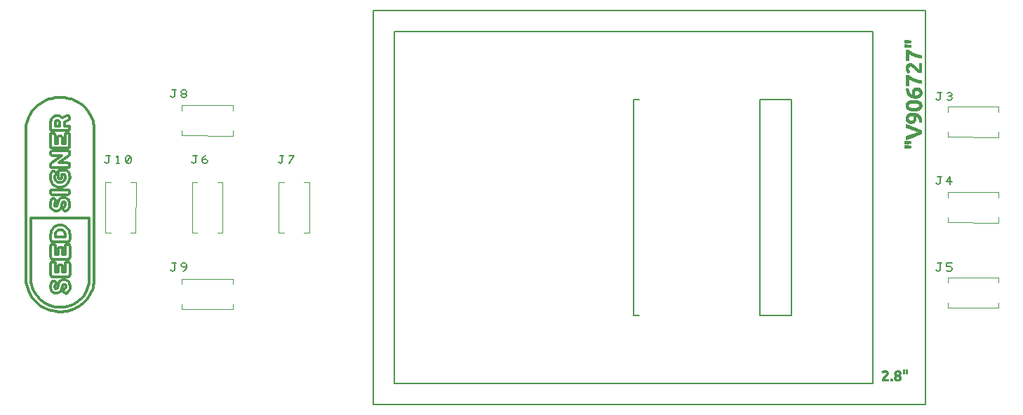
<source format=gbr>
G04 DesignSpark PCB Gerber Version 11.0 Build 5877*
G04 #@! TF.Part,Single*
G04 #@! TF.FileFunction,Legend,Top*
G04 #@! TF.FilePolarity,Positive*
%FSLAX35Y35*%
%MOIN*%
%ADD83C,0.00100*%
%ADD84C,0.00394*%
%ADD82C,0.00500*%
%ADD10C,0.01200*%
G04 #@! TD.AperFunction*
X0Y0D02*
D02*
D10*
X27328Y159237D02*
X27322Y159232D01*
X26398Y158690D01*
X25515Y158093D01*
X24674Y157443D01*
X23879Y156744D01*
X23150Y156016D01*
X22469Y155246D01*
X21841Y154435D01*
X21265Y153587D01*
X20767Y152741D01*
X20323Y151865D01*
X19935Y150961D01*
X19607Y150030D01*
X19339Y149076D01*
X19133Y148099D01*
X18994Y147102D01*
X18922Y146087D01*
X18922Y75443D01*
X18993Y74346D01*
X19132Y73270D01*
X19336Y72219D01*
X19604Y71194D01*
X19932Y70196D01*
X20320Y69229D01*
X20765Y68294D01*
X21265Y67394D01*
X21891Y66423D01*
X22580Y65502D01*
X23331Y64634D01*
X24138Y63821D01*
X25000Y63066D01*
X25914Y62373D01*
X26876Y61744D01*
X27883Y61182D01*
X29623Y60415D01*
X31463Y59851D01*
X33389Y59503D01*
X34380Y59414D01*
X35387Y59384D01*
X36476Y59419D01*
X37546Y59523D01*
X38594Y59693D01*
X39619Y59926D01*
X40618Y60222D01*
X41588Y60577D01*
X42528Y60989D01*
X43435Y61457D01*
X44310Y61980D01*
X45147Y62555D01*
X45944Y63178D01*
X46698Y63847D01*
X47407Y64561D01*
X48069Y65317D01*
X48681Y66113D01*
X49242Y66946D01*
X49767Y67849D01*
X50231Y68789D01*
X50630Y69761D01*
X50963Y70763D01*
X51227Y71794D01*
X51418Y72850D01*
X51535Y73929D01*
X51574Y75028D01*
X51574Y145644D01*
X51535Y146743D01*
X51418Y147821D01*
X51226Y148877D01*
X50963Y149908D01*
X50630Y150911D01*
X50231Y151883D01*
X49767Y152823D01*
X49242Y153727D01*
X49233Y153740D01*
X48670Y154575D01*
X48055Y155372D01*
X47390Y156129D01*
X46678Y156843D01*
X45920Y157513D01*
X45120Y158136D01*
X44280Y158709D01*
X43401Y159232D01*
X42498Y159696D01*
X41561Y160105D01*
X40594Y160457D01*
X39600Y160751D01*
X38580Y160983D01*
X37536Y161151D01*
X36470Y161254D01*
X35387Y161288D01*
X34304Y161254D01*
X33237Y161151D01*
X32191Y160983D01*
X31165Y160752D01*
X30164Y160459D01*
X29189Y160107D01*
X28243Y159699D01*
X27328Y159237D01*
X30874Y93798D02*
X30887Y96081D01*
X30967Y96949D01*
X31209Y97763D01*
X31612Y98522D01*
X32176Y99229D01*
X32859Y99823D01*
X33615Y100247D01*
X34444Y100502D01*
X35348Y100586D01*
X36256Y100504D01*
X37096Y100254D01*
X37870Y99840D01*
X38576Y99259D01*
X39165Y98561D01*
X39585Y97792D01*
X39838Y96953D01*
X39922Y96044D01*
X39922Y93785D01*
X39845Y93173D01*
X39749Y92974D01*
X39614Y92846D01*
X39287Y92735D01*
X38824Y92698D01*
X31961D01*
X31529Y92717D01*
X31209Y92833D01*
X31062Y92959D01*
X30958Y93162D01*
X30874Y93798D01*
X31207Y117177D02*
X31849Y117239D01*
X38711D01*
X39144Y117220D01*
X39465Y117103D01*
X39611Y116978D01*
X39715Y116776D01*
X39798Y116139D01*
X39769Y115752D01*
X39681Y115455D01*
X39534Y115247D01*
X39329Y115128D01*
X38699Y115053D01*
X31837D01*
X31411Y115072D01*
X31084Y115189D01*
X30938Y115315D01*
X30834Y115517D01*
X30750Y116152D01*
X30779Y116540D01*
X30865Y116840D01*
X31007Y117052D01*
X31207Y117177D01*
X31231Y135756D02*
X31861Y135830D01*
X38711Y135830D01*
X39144Y135811D01*
X39465Y135694D01*
X39611Y135569D01*
X39715Y135367D01*
X39798Y134731D01*
X39724Y134065D01*
X39490Y133756D01*
X34651Y130103D01*
X38711D01*
X39144Y130084D01*
X39465Y129967D01*
X39611Y129842D01*
X39715Y129640D01*
X39798Y129004D01*
X39715Y128387D01*
X39611Y128189D01*
X39465Y128065D01*
X39131Y127949D01*
X38699Y127930D01*
X31811Y127930D01*
X31406Y127959D01*
X31127Y128048D01*
X30947Y128194D01*
X30837Y128399D01*
X30763Y129004D01*
X30830Y129591D01*
X30985Y129893D01*
X31306Y130177D01*
X35983Y133657D01*
X31811Y133657D01*
X31406Y133687D01*
X31127Y133775D01*
X30947Y133921D01*
X30837Y134127D01*
X30763Y134713D01*
X30824Y135280D01*
X30972Y135602D01*
X31231Y135756D01*
X31733Y113125D02*
X32008Y113221D01*
X32302Y113146D01*
X31849Y117239D02*
X38711Y117238D01*
X39144Y117220D01*
X39465Y117103D01*
X39611Y116978D01*
X39715Y116776D01*
X39798Y116139D01*
X39769Y115752D01*
X39681Y115455D01*
X39534Y115247D01*
X39329Y115128D01*
X38699Y115053D01*
X31837D01*
X31411Y115072D01*
X31084Y115189D01*
X30938Y115315D01*
X30834Y115517D01*
X30750Y116152D01*
X30779Y116540D01*
X30865Y116840D01*
X31007Y117052D01*
X31207Y117177D01*
X31849Y117239D01*
X31861Y135830D02*
X38712Y135830D01*
X39144Y135811D01*
X39465Y135694D01*
X39611Y135569D01*
X39715Y135367D01*
X39798Y134731D01*
X39724Y134065D01*
X39490Y133756D01*
X34651Y130103D01*
X38711D01*
X39144Y130084D01*
X39465Y129967D01*
X39611Y129842D01*
X39715Y129640D01*
X39798Y129004D01*
X39715Y128387D01*
X39611Y128189D01*
X39465Y128065D01*
X39131Y127949D01*
X38699Y127930D01*
X31812D01*
X31406Y127959D01*
X31128Y128048D01*
X30947Y128194D01*
X30837Y128399D01*
X30763Y129004D01*
X30831Y129591D01*
X30986Y129893D01*
X31307Y130177D01*
X35983Y133657D01*
X31811Y133657D01*
X31406Y133687D01*
X31127Y133775D01*
X30947Y133921D01*
X30837Y134127D01*
X30763Y134713D01*
X30824Y135280D01*
X30972Y135602D01*
X31231Y135756D01*
X31861Y135830D01*
X32613Y110425D02*
X32660Y110057D01*
X32804Y109758D01*
X32933Y111276D02*
X32773Y111085D01*
X32653Y110790D01*
X32935Y139329D02*
X34182D01*
Y141773D01*
X34200Y142199D01*
X34318Y142526D01*
X34443Y142671D01*
X34645Y142776D01*
X35280Y142859D01*
X35668Y142830D01*
X35966Y142742D01*
X36174Y142595D01*
X36293Y142390D01*
X36367Y141749D01*
X36367Y139329D01*
X37613D01*
Y143131D01*
X37631Y143557D01*
X37749Y143884D01*
X37874Y144030D01*
X38076Y144134D01*
X38711Y144217D01*
X39099Y144189D01*
X39397Y144103D01*
X39605Y143960D01*
X39724Y143760D01*
X39798Y143119D01*
Y138231D01*
X39769Y137844D01*
X39681Y137546D01*
X39535Y137338D01*
X39330Y137219D01*
X38699Y137145D01*
X31837D01*
X31308Y137203D01*
X30980Y137379D01*
X30807Y137718D01*
X30750Y138268D01*
X30750Y143131D01*
X30769Y143557D01*
X30887Y143884D01*
X31011Y144030D01*
X31213Y144134D01*
X31849Y144217D01*
X32237Y144189D01*
X32534Y144103D01*
X32743Y143960D01*
X32862Y143760D01*
X32935Y143119D01*
Y139329D01*
X33335Y109493D02*
X33642Y109571D01*
X33885Y109807D01*
X34182Y141773D02*
X34546Y126385D02*
X34688Y126492D01*
X34978Y126584D01*
X35380Y126615D01*
X38095Y126616D01*
X34687Y126492D02*
X34978Y126584D01*
X35379Y126615D01*
X38095Y126616D01*
X38481Y126529D01*
X38848Y126270D01*
X39318Y125687D01*
X39654Y124974D01*
X39855Y124131D01*
X39922Y123159D01*
X39835Y122270D01*
X39575Y121441D01*
X39141Y120671D01*
X38533Y119963D01*
X37803Y119369D01*
X37001Y118944D01*
X36127Y118690D01*
X35181Y118605D01*
X34241Y118691D01*
X33381Y118950D01*
X32602Y119383D01*
X31904Y119987D01*
X31330Y120709D01*
X30919Y121493D01*
X30672Y122339D01*
X30590Y123246D01*
X30650Y123964D01*
X30830Y124662D01*
X31131Y125341D01*
X31552Y125999D01*
X31814Y126248D01*
X32102Y126331D01*
X32428Y126261D01*
X32799Y126048D01*
X33290Y125588D01*
X33413Y125374D01*
X33454Y125171D01*
X33369Y124866D01*
X33115Y124419D01*
X32860Y123851D01*
X32775Y123184D01*
X32817Y122728D01*
X32940Y122298D01*
X33146Y121895D01*
X33435Y121518D01*
X33791Y121199D01*
X34197Y120972D01*
X34655Y120835D01*
X35164Y120789D01*
X35678Y120836D01*
X36151Y120975D01*
X36584Y121206D01*
X36978Y121530D01*
X37304Y121913D01*
X37537Y122320D01*
X37678Y122752D01*
X37724Y123209D01*
X37669Y123854D01*
X37502Y124431D01*
X36157Y124431D01*
Y123455D01*
X36133Y123128D01*
X36057Y122912D01*
X35937Y122780D01*
X35768Y122703D01*
X35249Y122653D01*
X34725Y122708D01*
X34559Y122787D01*
X34454Y122912D01*
X34370Y123172D01*
X34342Y123505D01*
X34342Y125677D01*
X34441Y126214D01*
X34546Y126385D01*
X34687Y126492D01*
X34848Y150013D02*
X35052Y149655D01*
X35120Y149297D01*
X35120Y147717D01*
X32935D01*
Y149272D01*
X33005Y149648D01*
X33213Y150013D01*
X33557Y150281D01*
X34033Y150371D01*
X34509Y150281D01*
X34848Y150013D01*
X34978Y126584D02*
X35379Y126616D01*
X38095D01*
X38481Y126529D01*
X38848Y126270D01*
X39318Y125687D01*
X39653Y124974D01*
X39855Y124131D01*
X39922Y123159D01*
X39835Y122270D01*
X39574Y121441D01*
X39141Y120672D01*
X38533Y119963D01*
X37803Y119369D01*
X37001Y118944D01*
X36127Y118690D01*
X35181Y118605D01*
X34241Y118692D01*
X33381Y118951D01*
X32602Y119383D01*
X31904Y119987D01*
X31329Y120710D01*
X30919Y121493D01*
X30672Y122339D01*
X30590Y123246D01*
X30650Y123964D01*
X30830Y124662D01*
X31131Y125341D01*
X31552Y125999D01*
X31813Y126248D01*
X32102Y126331D01*
X32428Y126261D01*
X32799Y126048D01*
X33290Y125588D01*
X33412Y125374D01*
X33453Y125171D01*
X33369Y124866D01*
X33115Y124419D01*
X32860Y123851D01*
X32775Y123184D01*
X32816Y122728D01*
X32940Y122298D01*
X33146Y121895D01*
X33435Y121518D01*
X33790Y121199D01*
X34197Y120972D01*
X34655Y120835D01*
X35164Y120790D01*
X35677Y120836D01*
X36151Y120975D01*
X36584Y121206D01*
X36977Y121530D01*
X37304Y121913D01*
X37537Y122320D01*
X37677Y122752D01*
X37724Y123209D01*
X37669Y123854D01*
X37502Y124431D01*
X36157D01*
Y123455D01*
X36133Y123128D01*
X36057Y122912D01*
X35937Y122780D01*
X35768Y122703D01*
X35249Y122653D01*
X34725Y122708D01*
X34559Y122787D01*
X34454Y122912D01*
X34370Y123172D01*
X34342Y123505D01*
Y125677D01*
X34441Y126214D01*
X34546Y126385D01*
X34687Y126492D01*
X34978Y126584D01*
X35544Y113424D02*
X35077Y113071D01*
X34773Y112641D01*
X34396Y111615D01*
X34168Y110592D01*
X34060Y110161D01*
X35544Y113424D02*
X36157Y113660D01*
X36896Y113739D01*
X37650Y113658D01*
X38309Y113418D01*
X38851Y113047D01*
X39253Y112578D01*
X39540Y112070D01*
X39744Y111544D01*
X39867Y111002D01*
X39907Y110443D01*
X39872Y109878D01*
X39766Y109344D01*
X39607Y108875D01*
X39414Y108505D01*
X39026Y107950D01*
X38649Y107592D01*
X38513Y107480D01*
X38138Y107240D01*
X37803Y107160D01*
X37437Y107293D01*
X36970Y107691D01*
X36748Y108008D01*
X36674Y108344D01*
X36713Y108534D01*
X36828Y108758D01*
X37291Y109307D01*
X37692Y109801D01*
X37836Y110110D01*
X37883Y110394D01*
X37825Y110896D01*
X37649Y111255D01*
X37356Y111470D01*
X36945Y111541D01*
X36685Y111463D01*
X36470Y111227D01*
X36305Y110874D01*
X36192Y110443D01*
X35915Y109431D01*
X35464Y108419D01*
X35129Y107988D01*
X34643Y107635D01*
X34024Y107398D01*
X33292Y107320D01*
X32766Y107370D01*
X32275Y107522D01*
X31819Y107774D01*
X31397Y108128D01*
X31043Y108569D01*
X30791Y109083D01*
X30639Y109671D01*
X30589Y110332D01*
X30636Y111040D01*
X30779Y111683D01*
X30972Y112200D01*
X31169Y112529D01*
X31403Y112837D01*
X31733Y113125D01*
X32009Y113221D01*
X32302Y113146D01*
X32687Y112924D01*
X33150Y112498D01*
X33266Y112281D01*
X33304Y112060D01*
X33243Y111770D01*
X33057Y111419D01*
X32933Y111276D01*
X32773Y111085D01*
X32653Y110790D01*
X32613Y110425D01*
X32661Y110057D01*
X32804Y109758D01*
X33032Y109559D01*
X33335Y109493D01*
X33642Y109571D01*
X33885Y109807D01*
X34060Y110161D01*
X34168Y110591D01*
X34396Y111615D01*
X34773Y112641D01*
X35077Y113071D01*
X35544Y113424D01*
X36157Y113660D02*
X36896Y113739D01*
X37650Y113658D01*
X38309Y113418D01*
X38851Y113047D01*
X39253Y112578D01*
X39540Y112070D01*
X39744Y111544D01*
X39867Y111002D01*
X39907Y110443D01*
X39872Y109878D01*
X39766Y109344D01*
X39607Y108875D01*
X39414Y108505D01*
X39026Y107950D01*
X38649Y107592D01*
X38513Y107480D01*
X38138Y107240D01*
X37803Y107160D01*
X37437Y107293D01*
X36970Y107691D01*
X36748Y108008D01*
X36674Y108344D01*
X36713Y108534D01*
X36828Y108758D01*
X37291Y109307D01*
X37692Y109801D01*
X37836Y110110D01*
X37883Y110394D01*
X37825Y110896D01*
X37649Y111255D01*
X37356Y111470D01*
X36945Y111541D01*
X36685Y111463D01*
X36470Y111227D01*
X36305Y110874D01*
X36192Y110443D01*
X35915Y109431D01*
X35464Y108419D01*
X35129Y107988D01*
X34643Y107635D01*
X34024Y107398D01*
X33292Y107320D01*
X32766Y107370D01*
X32275Y107522D01*
X31819Y107774D01*
X31397Y108128D01*
X31043Y108569D01*
X30791Y109083D01*
X30639Y109671D01*
X30589Y110332D01*
X30636Y111040D01*
X30779Y111683D01*
X30972Y112200D01*
X31169Y112529D01*
X31403Y112837D01*
X31733Y113125D01*
X32009Y113221D01*
X32302Y113146D01*
X32687Y112924D01*
X33150Y112498D01*
X33266Y112281D01*
X33304Y112060D01*
X33243Y111770D01*
X33057Y111419D01*
X32933Y111276D01*
X32773Y111085D01*
X32653Y110790D01*
X32613Y110425D01*
X32661Y110057D01*
X32804Y109758D01*
X33032Y109559D01*
X33335Y109493D01*
X33642Y109571D01*
X33885Y109807D01*
X34060Y110161D01*
X34168Y110591D01*
X34396Y111615D01*
X34773Y112641D01*
X35077Y113071D01*
X35544Y113424D01*
X36157Y113660D01*
X36305Y110874D02*
X36470Y111227D01*
X36685Y111463D01*
X36945Y111542D01*
X37356Y111470D01*
X36470Y111227D02*
X36828Y108758D02*
X37291Y109307D01*
X37692Y109801D01*
X36896Y113739D02*
X37650Y113659D01*
X38309Y113418D01*
X36977Y121530D02*
X37077Y97687D02*
X36726Y98000D01*
X36332Y98223D01*
X35896Y98357D01*
X35417Y98402D01*
X34937Y98359D01*
X34499Y98228D01*
X34102Y98010D01*
X33745Y97705D01*
X33450Y97341D01*
X33240Y96948D01*
X33114Y96524D01*
X33072Y96070D01*
Y94885D01*
X37737D01*
Y96082D01*
X37696Y96515D01*
X37572Y96927D01*
X37366Y97318D01*
X37077Y97687D01*
X37304Y121913D02*
X36977Y121530D01*
X36585Y121206D01*
X36151Y120975D01*
X37749Y143884D02*
X37631Y143557D01*
X37614Y143131D01*
X37613Y139329D01*
X36367D01*
Y141749D01*
X36293Y142390D01*
X36174Y142595D01*
X35965Y142742D01*
X35668Y142830D01*
X35280Y142859D01*
X34645Y142776D01*
X34443Y142671D01*
X34318Y142526D01*
X34200Y142198D01*
X34182Y141772D01*
Y139329D01*
X32935D01*
Y143119D01*
X32862Y143760D01*
X32743Y143960D01*
X32534Y144103D01*
X32237Y144189D01*
X31849Y144218D01*
X31213Y144134D01*
X31011Y144030D01*
X30887Y143884D01*
X30769Y143557D01*
X30750Y143131D01*
X30750Y138268D01*
X30807Y137718D01*
X30980Y137379D01*
X31307Y137203D01*
X31837Y137144D01*
X38699Y137145D01*
X39329Y137219D01*
X39534Y137337D01*
X39681Y137546D01*
X39769Y137844D01*
X39798Y138231D01*
Y143119D01*
X39724Y143760D01*
X39606Y143960D01*
X39397Y144103D01*
X39099Y144189D01*
X38712Y144218D01*
X38076Y144134D01*
X37874Y144030D01*
X37749Y143884D01*
X37750Y78113D02*
Y81911D01*
X37769Y82337D01*
X37887Y82665D01*
X38012Y82810D01*
X38214Y82915D01*
X38849Y82998D01*
X39237Y82969D01*
X39534Y82884D01*
X39743Y82741D01*
X39862Y82542D01*
X39935Y81900D01*
Y77013D01*
X39906Y76625D01*
X39819Y76327D01*
X39672Y76119D01*
X39467Y76000D01*
X38837Y75926D01*
X31974D01*
X31445Y75985D01*
X31117Y76160D01*
X30946Y76500D01*
X30889Y77049D01*
X30889Y81913D01*
X30907Y82339D01*
X31025Y82666D01*
X31150Y82811D01*
X31353Y82915D01*
X31988Y82999D01*
X32375Y82970D01*
X32673Y82885D01*
X32881Y82742D01*
X33000Y82543D01*
X33074Y81901D01*
Y78111D01*
X34321D01*
Y80555D01*
X34340Y80981D01*
X34457Y81308D01*
X34583Y81454D01*
X34785Y81558D01*
X35420Y81642D01*
X35807Y81612D01*
X36105Y81524D01*
X36313Y81378D01*
X36433Y81173D01*
X36506Y80531D01*
Y78113D01*
X37750D01*
Y86500D02*
Y90299D01*
X37769Y90725D01*
X37887Y91052D01*
X38012Y91198D01*
X38214Y91302D01*
X38849Y91385D01*
X39237Y91357D01*
X39534Y91271D01*
X39743Y91129D01*
X39862Y90929D01*
X39935Y90287D01*
Y85400D01*
X39906Y85013D01*
X39819Y84715D01*
X39672Y84506D01*
X39467Y84387D01*
X38837Y84313D01*
X31974D01*
X31445Y84372D01*
X31117Y84548D01*
X30946Y84887D01*
X30889Y85436D01*
X30889Y90300D01*
X30907Y90726D01*
X31025Y91053D01*
X31150Y91199D01*
X31353Y91303D01*
X31988Y91386D01*
X32375Y91358D01*
X32673Y91272D01*
X32881Y91130D01*
X33000Y90930D01*
X33074Y90289D01*
Y86499D01*
X34321D01*
Y88943D01*
X34340Y89369D01*
X34457Y89696D01*
X34583Y89841D01*
X34785Y89946D01*
X35420Y90029D01*
X35807Y90000D01*
X36105Y89912D01*
X36313Y89765D01*
X36433Y89560D01*
X36506Y88919D01*
Y86500D01*
X37750D01*
X38268Y152456D02*
X36330Y151618D01*
X35848Y152022D01*
X35305Y152312D01*
X34700Y152485D01*
X34033Y152544D01*
X33269Y152463D01*
X32577Y152222D01*
X31991Y151858D01*
X31541Y151407D01*
X31195Y150891D01*
X30948Y150368D01*
X30800Y149836D01*
X30750Y149297D01*
X30750Y146630D01*
X30833Y145995D01*
X30938Y145793D01*
X31083Y145668D01*
X31411Y145551D01*
X31837Y145532D01*
X38687D01*
X39329Y145606D01*
X39529Y145725D01*
X39671Y145933D01*
X39757Y146231D01*
X39785Y146619D01*
X39702Y147254D01*
X39598Y147456D01*
X39452Y147581D01*
X39125Y147698D01*
X38699Y147717D01*
X37304D01*
Y149272D01*
X37281Y149655D01*
X39514Y150618D01*
X39756Y150846D01*
X39843Y151022D01*
X39872Y151242D01*
X39829Y151521D01*
X39699Y151877D01*
X39530Y152211D01*
X39342Y152450D01*
X39135Y152594D01*
X38910Y152642D01*
X38268Y152456D01*
X38513Y107480D02*
X38137Y107240D01*
X37803Y107160D01*
X38663Y68351D02*
X38288Y68111D01*
X37954Y68030D01*
X37587Y68163D01*
X37120Y68560D01*
X36898Y68878D01*
X36824Y69215D01*
X36863Y69404D01*
X36979Y69628D01*
X37441Y70177D01*
X37842Y70671D01*
X37986Y70979D01*
X38033Y71263D01*
X37975Y71766D01*
X37799Y72124D01*
X37506Y72340D01*
X37095Y72411D01*
X36835Y72333D01*
X36620Y72097D01*
X36454Y71744D01*
X36342Y71313D01*
X36064Y70301D01*
X35614Y69289D01*
X35279Y68858D01*
X34793Y68505D01*
X34174Y68269D01*
X33441Y68191D01*
X32915Y68241D01*
X32424Y68393D01*
X31968Y68645D01*
X31546Y68999D01*
X31193Y69440D01*
X30940Y69954D01*
X30788Y70542D01*
X30738Y71203D01*
X30785Y71911D01*
X30930Y72554D01*
X31122Y73071D01*
X31318Y73400D01*
X31552Y73708D01*
X31883Y73995D01*
X32157Y74091D01*
X32451Y74017D01*
X32837Y73795D01*
X33299Y73369D01*
X33415Y73151D01*
X33454Y72930D01*
X33392Y72640D01*
X33207Y72289D01*
X33083Y72147D01*
X32922Y71955D01*
X32802Y71661D01*
X32762Y71295D01*
X32809Y70928D01*
X32954Y70628D01*
X33182Y70429D01*
X33485Y70363D01*
X33792Y70441D01*
X34033Y70677D01*
X34209Y71031D01*
X34318Y71461D01*
X34546Y72485D01*
X34922Y73510D01*
X35226Y73941D01*
X35694Y74294D01*
X36307Y74530D01*
X37046Y74608D01*
X37801Y74528D01*
X38460Y74287D01*
X39001Y73917D01*
X39404Y73448D01*
X39691Y72939D01*
X39895Y72414D01*
X40018Y71872D01*
X40059Y71313D01*
X40023Y70748D01*
X39917Y70213D01*
X39759Y69744D01*
X39566Y69374D01*
X39177Y68818D01*
X38800Y68460D01*
X38663Y68351D01*
X38711Y117239D02*
X31849D01*
X31207Y117177D01*
X31007Y117052D01*
X38711Y135830D02*
X31861D01*
X31231Y135756D01*
X30972Y135602D01*
X38909Y152642D02*
X39135Y152594D01*
X39342Y152450D01*
X39530Y152211D01*
X39699Y151877D01*
X39829Y151520D01*
X39872Y151242D01*
X39843Y151022D01*
X39756Y150846D01*
X39514Y150618D01*
X37280Y149655D01*
X37304Y149272D01*
Y147717D01*
X38699D01*
X39125Y147698D01*
X39452Y147581D01*
X39598Y147456D01*
X39702Y147254D01*
X39785Y146619D01*
X39757Y146231D01*
X39671Y145933D01*
X39529Y145725D01*
X39329Y145606D01*
X38687Y145532D01*
X31837Y145532D01*
X31411Y145551D01*
X31084Y145667D01*
X30938Y145793D01*
X30834Y145995D01*
X30750Y146630D01*
X30750Y149297D01*
X30800Y149836D01*
X30948Y150367D01*
X31195Y150891D01*
X31541Y151407D01*
X31991Y151858D01*
X32577Y152222D01*
X33269Y152463D01*
X34033Y152544D01*
X34700Y152485D01*
X35305Y152312D01*
X35848Y152022D01*
X36330Y151617D01*
X38268Y152456D01*
X38909Y152642D01*
X39253Y112578D02*
X39539Y112070D01*
X39744Y111544D01*
X39530Y152211D02*
X39341Y152450D01*
X39135Y152594D01*
X38909Y152641D01*
X38268Y152456D01*
X36330Y151617D01*
X39766Y109344D02*
X39607Y108875D01*
X39414Y108505D01*
X39829Y151520D02*
X39872Y151241D01*
X39843Y151022D01*
X39922Y62184D02*
X38837Y61863D01*
X37717Y61629D01*
X36566Y61485D01*
X35387Y61436D01*
X34135Y61492D01*
X32915Y61655D01*
X31730Y61921D01*
X30585Y62286D01*
X29610Y62688D01*
X28672Y63161D01*
X27776Y63700D01*
X26924Y64305D01*
X26119Y64970D01*
X25365Y65694D01*
X24663Y66472D01*
X24018Y67303D01*
X23433Y68182D01*
X22910Y69107D01*
X22454Y70075D01*
X22066Y71082D01*
X21750Y72126D01*
X21509Y73203D01*
X21346Y74310D01*
X21265Y75444D01*
X21264Y75472D01*
Y103873D01*
X49232D01*
Y75028D01*
X49187Y73926D01*
X49054Y72848D01*
X48837Y71797D01*
X48539Y70777D01*
X48164Y69791D01*
X47714Y68843D01*
X47194Y67935D01*
X46608Y67073D01*
X45957Y66258D01*
X45248Y65495D01*
X44481Y64786D01*
X43661Y64136D01*
X42792Y63547D01*
X41877Y63023D01*
X40919Y62568D01*
X39922Y62184D01*
D02*
D82*
X56500Y130563D02*
X56813Y130250D01*
X57437Y129937D01*
X58063Y130250D01*
X58375Y130563D01*
Y133687D01*
X59000D01*
X58375D02*
X57125D01*
X62125Y129937D02*
X63375D01*
X62750D02*
Y133687D01*
X62125Y133063D01*
X66813Y130250D02*
X67437Y129937D01*
X68063D01*
X68687Y130250D01*
X69000Y130875D01*
Y132750D01*
X68687Y133375D01*
X68063Y133687D01*
X67437D01*
X66813Y133375D01*
X66500Y132750D01*
Y130875D01*
X66813Y130250D01*
X68687Y133375D01*
X87750Y79313D02*
X88063Y79000D01*
X88687Y78687D01*
X89313Y79000D01*
X89625Y79313D01*
Y82437D01*
X90250D01*
X89625D02*
X88375D01*
X93687Y78687D02*
X94313Y79000D01*
X94937Y79625D01*
X95250Y80563D01*
Y81500D01*
X94937Y82125D01*
X94313Y82437D01*
X93687D01*
X93063Y82125D01*
X92750Y81500D01*
X93063Y80875D01*
X93687Y80563D01*
X94313D01*
X94937Y80875D01*
X95250Y81500D01*
X87750Y161813D02*
X88063Y161500D01*
X88687Y161187D01*
X89313Y161500D01*
X89625Y161813D01*
Y164937D01*
X90250D01*
X89625D02*
X88375D01*
X93687Y163063D02*
X94313D01*
X94937Y163375D01*
X95250Y164000D01*
X94937Y164625D01*
X94313Y164937D01*
X93687D01*
X93063Y164625D01*
X92750Y164000D01*
X93063Y163375D01*
X93687Y163063D01*
X93063Y162750D01*
X92750Y162125D01*
X93063Y161500D01*
X93687Y161187D01*
X94313D01*
X94937Y161500D01*
X95250Y162125D01*
X94937Y162750D01*
X94313Y163063D01*
X97750Y130563D02*
X98063Y130250D01*
X98687Y129937D01*
X99313Y130250D01*
X99625Y130563D01*
Y133687D01*
X100250D01*
X99625D02*
X98375D01*
X102750Y130875D02*
X103063Y131500D01*
X103687Y131813D01*
X104313D01*
X104937Y131500D01*
X105250Y130875D01*
X104937Y130250D01*
X104313Y129937D01*
X103687D01*
X103063Y130250D01*
X102750Y130875D01*
Y131813D01*
X103063Y132750D01*
X103687Y133375D01*
X104313Y133687D01*
X139000Y130563D02*
X139313Y130250D01*
X139937Y129937D01*
X140563Y130250D01*
X140875Y130563D01*
Y133687D01*
X141500D01*
X140875D02*
X139625D01*
X144000Y129937D02*
X146500Y133687D01*
X144000D01*
X184000Y15215D02*
X446500D01*
Y202715D01*
X184000D01*
Y15215D01*
X194000Y25215D02*
X421500D01*
Y192715D01*
X194000D01*
Y25215D01*
X310250Y57715D02*
X307750D01*
Y160215D01*
X310250D01*
X367750Y57715D02*
X382750D01*
Y160215D01*
X367750D01*
Y57715D01*
X451500Y79313D02*
X451813Y79000D01*
X452437Y78687D01*
X453063Y79000D01*
X453375Y79313D01*
Y82437D01*
X454000D01*
X453375D02*
X452125D01*
X456500Y79000D02*
X457125Y78687D01*
X458063D01*
X458687Y79000D01*
X459000Y79625D01*
Y79937D01*
X458687Y80563D01*
X458063Y80875D01*
X456500D01*
Y82437D01*
X459000D01*
X451500Y120563D02*
X451813Y120250D01*
X452437Y119937D01*
X453063Y120250D01*
X453375Y120563D01*
Y123687D01*
X454000D01*
X453375D02*
X452125D01*
X458063Y119937D02*
Y123687D01*
X456500Y121187D01*
X459000D01*
X451500Y160563D02*
X451813Y160250D01*
X452437Y159937D01*
X453063Y160250D01*
X453375Y160563D01*
Y163687D01*
X454000D01*
X453375D02*
X452125D01*
X456813Y160250D02*
X457437Y159937D01*
X458063D01*
X458687Y160250D01*
X459000Y160875D01*
X458687Y161500D01*
X458063Y161813D01*
X457437D01*
X458063D02*
X458687Y162125D01*
X459000Y162750D01*
X458687Y163375D01*
X458063Y163687D01*
X457437D01*
X456813Y163375D01*
D02*
D83*
X428630Y30144D02*
X428622Y30017D01*
X428603Y29894D01*
X428572Y29770D01*
X428526Y29648D01*
X428468Y29528D01*
X428403Y29409D01*
X428333Y29294D01*
X428253Y29178D01*
X428168Y29063D01*
X428076Y28952D01*
X427980Y28844D01*
X427876Y28736D01*
X427665Y28525D01*
X427457Y28317D01*
X427399Y28263D01*
X427338Y28202D01*
X427272Y28137D01*
X427203Y28063D01*
X427065Y27917D01*
X426934Y27767D01*
X426872Y27694D01*
X426819Y27625D01*
X426765Y27552D01*
X426719Y27483D01*
X426676Y27418D01*
X426646Y27360D01*
X426626Y27306D01*
X426619Y27256D01*
X428783D01*
Y26541D01*
X425685D01*
X425677Y26602D01*
Y26680D01*
Y26714D01*
Y26748D01*
Y26776D01*
Y26802D01*
X425685Y26964D01*
X425704Y27126D01*
X425738Y27275D01*
X425784Y27421D01*
X425846Y27560D01*
X425911Y27698D01*
X425988Y27825D01*
X426073Y27952D01*
X426161Y28075D01*
X426257Y28191D01*
X426357Y28306D01*
X426465Y28417D01*
X426903Y28844D01*
X427069Y29006D01*
X427226Y29159D01*
X427299Y29236D01*
X427372Y29313D01*
X427434Y29390D01*
X427495Y29467D01*
X427553Y29540D01*
X427599Y29617D01*
X427645Y29694D01*
X427684Y29774D01*
X427715Y29851D01*
X427734Y29936D01*
X427749Y30017D01*
X427753Y30101D01*
X427749Y30190D01*
X427741Y30270D01*
X427722Y30343D01*
X427699Y30413D01*
X427672Y30474D01*
X427634Y30528D01*
X427591Y30578D01*
X427541Y30620D01*
X427488Y30655D01*
X427430Y30685D01*
X427372Y30713D01*
X427307Y30735D01*
X427242Y30751D01*
X427172Y30763D01*
X427103Y30770D01*
X427026Y30774D01*
X426930Y30770D01*
X426838Y30759D01*
X426750Y30743D01*
X426661Y30717D01*
X426580Y30689D01*
X426504Y30655D01*
X426430Y30620D01*
X426365Y30586D01*
X426300Y30547D01*
X426242Y30505D01*
X426184Y30467D01*
X426134Y30428D01*
X426088Y30390D01*
X426050Y30355D01*
X426015Y30324D01*
X425988Y30297D01*
X425565Y30893D01*
X425719Y31028D01*
X425884Y31147D01*
X426065Y31255D01*
X426257Y31347D01*
X426357Y31389D01*
X426461Y31424D01*
X426565Y31451D01*
X426669Y31478D01*
X426776Y31497D01*
X426888Y31508D01*
X426999Y31516D01*
X427111Y31520D01*
X427299Y31512D01*
X427476Y31497D01*
X427637Y31466D01*
X427787Y31428D01*
X427926Y31374D01*
X428049Y31312D01*
X428161Y31235D01*
X428260Y31151D01*
X428349Y31055D01*
X428422Y30951D01*
X428487Y30835D01*
X428537Y30717D01*
X428580Y30586D01*
X428606Y30447D01*
X428626Y30297D01*
X428630Y30144D01*
X430737Y27002D02*
X430733Y26941D01*
X430725Y26887D01*
X430713Y26830D01*
X430694Y26780D01*
X430671Y26730D01*
X430644Y26687D01*
X430609Y26641D01*
X430571Y26602D01*
X430529Y26568D01*
X430487Y26533D01*
X430441Y26510D01*
X430391Y26487D01*
X430341Y26472D01*
X430287Y26456D01*
X430233Y26453D01*
X430175Y26449D01*
X430117Y26453D01*
X430060Y26456D01*
X430006Y26472D01*
X429956Y26487D01*
X429906Y26510D01*
X429860Y26533D01*
X429818Y26568D01*
X429775Y26602D01*
X429737Y26641D01*
X429706Y26687D01*
X429675Y26730D01*
X429656Y26780D01*
X429637Y26830D01*
X429625Y26887D01*
X429618Y26941D01*
X429614Y27002D01*
X429618Y27064D01*
X429625Y27118D01*
X429637Y27175D01*
X429656Y27225D01*
X429675Y27275D01*
X429706Y27322D01*
X429737Y27364D01*
X429775Y27406D01*
X429818Y27441D01*
X429860Y27475D01*
X429906Y27502D01*
X429956Y27525D01*
X430006Y27541D01*
X430060Y27552D01*
X430117Y27560D01*
X430175Y27564D01*
X430233Y27560D01*
X430287Y27552D01*
X430341Y27541D01*
X430391Y27525D01*
X430441Y27502D01*
X430487Y27475D01*
X430529Y27441D01*
X430571Y27406D01*
X430609Y27364D01*
X430644Y27322D01*
X430671Y27275D01*
X430694Y27225D01*
X430713Y27175D01*
X430725Y27118D01*
X430733Y27064D01*
X430737Y27002D01*
X434762Y27848D02*
X434754Y27698D01*
X434735Y27556D01*
X434704Y27418D01*
X434658Y27287D01*
X434596Y27160D01*
X434524Y27044D01*
X434439Y26937D01*
X434339Y26837D01*
X434228Y26748D01*
X434104Y26668D01*
X433966Y26599D01*
X433816Y26541D01*
X433655Y26495D01*
X433481Y26464D01*
X433297Y26445D01*
X433097Y26437D01*
X432982Y26441D01*
X432870Y26445D01*
X432763Y26456D01*
X432663Y26472D01*
X432563Y26487D01*
X432474Y26510D01*
X432386Y26537D01*
X432305Y26572D01*
X432228Y26606D01*
X432155Y26641D01*
X432086Y26680D01*
X432020Y26722D01*
X431959Y26764D01*
X431902Y26810D01*
X431848Y26856D01*
X431798Y26906D01*
X431709Y27010D01*
X431636Y27118D01*
X431574Y27229D01*
X431528Y27344D01*
X431494Y27464D01*
X431467Y27575D01*
X431452Y27687D01*
X431448Y27791D01*
X431452Y27894D01*
X431463Y27994D01*
X431482Y28091D01*
X431509Y28183D01*
X431540Y28271D01*
X431578Y28352D01*
X431624Y28433D01*
X431671Y28513D01*
X431786Y28656D01*
X431913Y28790D01*
X432048Y28909D01*
X432194Y29013D01*
X432113Y29071D01*
X432040Y29128D01*
X431974Y29186D01*
X431909Y29248D01*
X431852Y29309D01*
X431802Y29371D01*
X431752Y29436D01*
X431709Y29502D01*
X431674Y29570D01*
X431640Y29640D01*
X431613Y29717D01*
X431590Y29794D01*
X431574Y29874D01*
X431563Y29963D01*
X431556Y30051D01*
X431552Y30144D01*
X431559Y30278D01*
X431578Y30413D01*
X431613Y30539D01*
X431659Y30667D01*
X431721Y30785D01*
X431794Y30901D01*
X431878Y31009D01*
X431974Y31105D01*
X432082Y31197D01*
X432197Y31274D01*
X432328Y31347D01*
X432467Y31408D01*
X432613Y31455D01*
X432770Y31493D01*
X432932Y31512D01*
X433105Y31520D01*
X433305Y31512D01*
X433397Y31505D01*
X433489Y31489D01*
X433574Y31474D01*
X433658Y31451D01*
X433735Y31428D01*
X433808Y31401D01*
X433951Y31335D01*
X434074Y31262D01*
X434189Y31181D01*
X434289Y31093D01*
X434374Y30993D01*
X434450Y30889D01*
X434508Y30782D01*
X434558Y30670D01*
X434596Y30555D01*
X434624Y30443D01*
X434639Y30332D01*
X434643Y30220D01*
X434639Y30124D01*
X434631Y30032D01*
X434612Y29944D01*
X434589Y29855D01*
X434562Y29774D01*
X434524Y29690D01*
X434481Y29613D01*
X434431Y29536D01*
X434324Y29394D01*
X434266Y29328D01*
X434204Y29271D01*
X434143Y29213D01*
X434081Y29159D01*
X434016Y29109D01*
X433947Y29063D01*
X434047Y29006D01*
X434143Y28948D01*
X434228Y28882D01*
X434308Y28821D01*
X434381Y28756D01*
X434446Y28686D01*
X434508Y28617D01*
X434562Y28544D01*
X434608Y28467D01*
X434650Y28390D01*
X434685Y28306D01*
X434712Y28221D01*
X434735Y28133D01*
X434750Y28041D01*
X434758Y27948D01*
X434762Y27848D01*
X432282Y27806D02*
X432286Y27752D01*
X432294Y27698D01*
X432305Y27641D01*
X432324Y27583D01*
X432347Y27525D01*
X432382Y27468D01*
X432420Y27414D01*
X432467Y27364D01*
X432517Y27318D01*
X432578Y27275D01*
X432643Y27233D01*
X432717Y27198D01*
X432801Y27172D01*
X432893Y27148D01*
X432993Y27137D01*
X433105Y27133D01*
X433205Y27137D01*
X433301Y27148D01*
X433389Y27164D01*
X433470Y27191D01*
X433543Y27218D01*
X433612Y27256D01*
X433670Y27294D01*
X433724Y27341D01*
X433770Y27387D01*
X433808Y27441D01*
X433843Y27498D01*
X433870Y27556D01*
X433893Y27618D01*
X433908Y27679D01*
X433916Y27744D01*
X433920Y27806D01*
X433916Y27902D01*
X433901Y27991D01*
X433878Y28075D01*
X433843Y28152D01*
X433801Y28221D01*
X433747Y28287D01*
X433689Y28348D01*
X433620Y28406D01*
X433547Y28459D01*
X433462Y28509D01*
X433374Y28556D01*
X433281Y28594D01*
X433178Y28636D01*
X433074Y28671D01*
X432963Y28706D01*
X432843Y28740D01*
X432724Y28656D01*
X432617Y28563D01*
X432520Y28459D01*
X432436Y28352D01*
X432401Y28290D01*
X432370Y28233D01*
X432344Y28167D01*
X432320Y28102D01*
X432305Y28033D01*
X432294Y27960D01*
X432286Y27883D01*
X432282Y27806D01*
X433812Y30205D02*
X433808Y30255D01*
X433805Y30301D01*
X433789Y30351D01*
X433774Y30405D01*
X433751Y30459D01*
X433724Y30509D01*
X433689Y30559D01*
X433647Y30605D01*
X433601Y30651D01*
X433547Y30689D01*
X433489Y30728D01*
X433428Y30759D01*
X433355Y30789D01*
X433278Y30809D01*
X433193Y30820D01*
X433101Y30824D01*
X433013Y30820D01*
X432928Y30809D01*
X432847Y30789D01*
X432774Y30763D01*
X432713Y30732D01*
X432651Y30697D01*
X432601Y30655D01*
X432555Y30609D01*
X432517Y30563D01*
X432482Y30513D01*
X432451Y30459D01*
X432428Y30405D01*
X432409Y30351D01*
X432397Y30297D01*
X432390Y30243D01*
X432386Y30193D01*
X432390Y30124D01*
X432397Y30059D01*
X432413Y29997D01*
X432436Y29932D01*
X432463Y29870D01*
X432497Y29809D01*
X432540Y29748D01*
X432586Y29686D01*
X432640Y29628D01*
X432705Y29574D01*
X432774Y29520D01*
X432855Y29474D01*
X432943Y29428D01*
X433039Y29386D01*
X433147Y29344D01*
X433259Y29309D01*
X433381Y29394D01*
X433489Y29482D01*
X433585Y29574D01*
X433666Y29678D01*
X433701Y29732D01*
X433731Y29786D01*
X433755Y29848D01*
X433774Y29913D01*
X433793Y29982D01*
X433805Y30051D01*
X433808Y30128D01*
X433812Y30205D01*
X437826Y31881D02*
Y31447D01*
X437822Y31274D01*
X437815Y31097D01*
X437799Y30909D01*
X437776Y30720D01*
X437726Y30328D01*
X437665Y29936D01*
X437122D01*
X437061Y30328D01*
X437011Y30717D01*
X436992Y30905D01*
X436980Y31093D01*
X436972Y31274D01*
X436969Y31455D01*
Y31881D01*
X437826D01*
X436442D02*
Y31447D01*
X436438Y31274D01*
X436430Y31097D01*
X436415Y30909D01*
X436392Y30720D01*
X436342Y30328D01*
X436281Y29936D01*
X435739D01*
X435677Y30328D01*
X435627Y30717D01*
X435608Y30905D01*
X435596Y31093D01*
X435589Y31274D01*
X435585Y31455D01*
Y31881D01*
X436442D01*
X429874Y26526D02*
X430472D01*
X432421D02*
X433765D01*
X425677Y26620D02*
X428783D01*
X429757D02*
X430589D01*
X432199D02*
X434009D01*
X425677Y26714D02*
X428783D01*
X429687D02*
X430661D01*
X432033D02*
X434175D01*
X425677Y26807D02*
X428783D01*
X429645D02*
X430705D01*
X431905D02*
X434302D01*
X425681Y26901D02*
X428783D01*
X429623D02*
X430727D01*
X431803D02*
X434403D01*
X425688Y26995D02*
X428783D01*
X429614D02*
X430736D01*
X431722D02*
X434485D01*
X425699Y27089D02*
X428783D01*
X429621D02*
X430729D01*
X431656D02*
X434552D01*
X425717Y27182D02*
X428783D01*
X429640D02*
X430711D01*
X431600D02*
X432768D01*
X433444D02*
X434607D01*
X425739Y27276D02*
X426622D01*
X429676D02*
X430671D01*
X431556D02*
X432578D01*
X433642D02*
X434652D01*
X425768Y27370D02*
X426651D01*
X429742D02*
X430604D01*
X431521D02*
X432461D01*
X433753D02*
X434687D01*
X425803Y27463D02*
X426706D01*
X429846D02*
X430501D01*
X431494D02*
X432385D01*
X433822D02*
X434715D01*
X425845Y27557D02*
X426769D01*
X430097D02*
X430252D01*
X431471D02*
X432335D01*
X433870D02*
X434735D01*
X425889Y27651D02*
X426839D01*
X431457D02*
X432303D01*
X433901D02*
X434748D01*
X425939Y27744D02*
X426915D01*
X431449D02*
X432287D01*
X433916D02*
X434757D01*
X425997Y27838D02*
X426996D01*
X431450D02*
X432283D01*
X433919D02*
X434761D01*
X426059Y27932D02*
X427078D01*
X431456D02*
X432291D01*
X433911D02*
X434759D01*
X426126Y28026D02*
X427167D01*
X431469D02*
X432304D01*
X433891D02*
X434752D01*
X426198Y28119D02*
X427256D01*
X431491D02*
X432327D01*
X433857D02*
X434737D01*
X426277Y28213D02*
X427349D01*
X431520D02*
X432363D01*
X433806D02*
X434714D01*
X426358Y28307D02*
X427445D01*
X431557D02*
X432411D01*
X433728D02*
X434685D01*
X426449Y28400D02*
X427540D01*
X431606D02*
X432474D01*
X433626D02*
X434645D01*
X426544Y28494D02*
X427634D01*
X431660D02*
X432552D01*
X433488D02*
X434592D01*
X426640Y28588D02*
X427728D01*
X431731D02*
X432645D01*
X433296D02*
X434530D01*
X426736Y28681D02*
X427821D01*
X431811D02*
X432761D01*
X433040D02*
X434451D01*
X426832Y28775D02*
X427913D01*
X431899D02*
X434359D01*
X426929Y28869D02*
X428002D01*
X432002D02*
X434245D01*
X427024Y28963D02*
X428085D01*
X432122D02*
X434118D01*
X427120Y29056D02*
X428163D01*
X432133D02*
X433959D01*
X427217Y29150D02*
X428232D01*
X432015D02*
X434069D01*
X427306Y29244D02*
X428298D01*
X431913D02*
X434176D01*
X427392Y29337D02*
X428360D01*
X431829D02*
X433167D01*
X433300D02*
X434274D01*
X427467Y29431D02*
X428415D01*
X431756D02*
X432938D01*
X433427D02*
X434352D01*
X427541Y29525D02*
X428466D01*
X431697D02*
X432769D01*
X433534D02*
X434422D01*
X427600Y29619D02*
X428511D01*
X431650D02*
X432652D01*
X433620D02*
X434484D01*
X427654Y29712D02*
X428550D01*
X431615D02*
X432566D01*
X433688D02*
X434534D01*
X427696Y29806D02*
X428581D01*
X431588D02*
X432500D01*
X433739D02*
X434572D01*
X427726Y29900D02*
X428604D01*
X431571D02*
X432450D01*
X433770D02*
X434600D01*
X427745Y29993D02*
X428618D01*
X431560D02*
X432414D01*
X433795D02*
X434623D01*
X435730D02*
X436290D01*
X437113D02*
X437674D01*
X427752Y30087D02*
X428626D01*
X431554D02*
X432394D01*
X433806D02*
X434636D01*
X435715D02*
X436304D01*
X437099D02*
X437688D01*
X427750Y30181D02*
X428629D01*
X431554D02*
X432387D01*
X433811D02*
X434641D01*
X435700D02*
X436319D01*
X437084D02*
X437703D01*
X427740Y30274D02*
X428626D01*
X431559D02*
X432394D01*
X433807D02*
X434641D01*
X435685D02*
X436334D01*
X437069D02*
X437718D01*
X425938Y30368D02*
X426064D01*
X427714D02*
X428617D01*
X431572D02*
X432415D01*
X433784D02*
X434634D01*
X435672D02*
X436347D01*
X437056D02*
X437731D01*
X425871Y30462D02*
X426178D01*
X427678D02*
X428604D01*
X431592D02*
X432453D01*
X433749D02*
X434619D01*
X435659D02*
X436359D01*
X437044D02*
X437743D01*
X425805Y30556D02*
X426314D01*
X427610D02*
X428585D01*
X431619D02*
X432512D01*
X433691D02*
X434596D01*
X435648D02*
X436371D01*
X437032D02*
X437755D01*
X425739Y30649D02*
X426492D01*
X427496D02*
X428559D01*
X431653D02*
X432596D01*
X433603D02*
X434565D01*
X435635D02*
X436383D01*
X437020D02*
X437767D01*
X425672Y30743D02*
X426750D01*
X427275D02*
X428526D01*
X431699D02*
X432735D01*
X433459D02*
X434526D01*
X435624D02*
X436395D01*
X437008D02*
X437779D01*
X425606Y30837D02*
X428487D01*
X431753D02*
X434479D01*
X435615D02*
X436406D01*
X436999D02*
X437790D01*
X425607Y30930D02*
X428433D01*
X431817D02*
X434420D01*
X435606D02*
X436417D01*
X436990D02*
X437801D01*
X425715Y31024D02*
X428370D01*
X431894D02*
X434348D01*
X435600D02*
X436424D01*
X436985D02*
X437809D01*
X425844Y31118D02*
X428291D01*
X431990D02*
X434261D01*
X435595D02*
X436431D01*
X436979D02*
X437815D01*
X425993Y31211D02*
X428189D01*
X432104D02*
X434146D01*
X435591D02*
X436435D01*
X436975D02*
X437820D01*
X426170Y31305D02*
X428059D01*
X432253D02*
X434002D01*
X435588D02*
X436439D01*
X436972D02*
X437823D01*
X426386Y31399D02*
X427862D01*
X432445D02*
X433813D01*
X435586D02*
X436441D01*
X436970D02*
X437825D01*
X426752Y31493D02*
X427499D01*
X432767D02*
X433469D01*
X435585D02*
X436442D01*
X436969D02*
X437826D01*
X435585Y31586D02*
X436442D01*
X436969D02*
X437826D01*
X435585Y31680D02*
X436442D01*
X436969D02*
X437826D01*
X435585Y31774D02*
X436442D01*
X436969D02*
X437826D01*
X435585Y31867D02*
X436442D01*
X436969D02*
X437826D01*
X436500Y140589D02*
X437152D01*
X437411Y140583D01*
X437676Y140572D01*
X437959Y140548D01*
X438241Y140514D01*
X438830Y140439D01*
X439418Y140347D01*
Y139533D01*
X438830Y139441D01*
X438247Y139366D01*
X437965Y139337D01*
X437682Y139320D01*
X437411Y139309D01*
X437140Y139303D01*
X436500D01*
Y140589D01*
Y138513D02*
X437152D01*
X437411Y138507D01*
X437676Y138495D01*
X437959Y138472D01*
X438241Y138438D01*
X438830Y138363D01*
X439418Y138270D01*
Y137457D01*
X438830Y137365D01*
X438247Y137290D01*
X437965Y137261D01*
X437682Y137244D01*
X437411Y137232D01*
X437140Y137227D01*
X436500D01*
Y138513D01*
X444510Y144268D02*
X443645Y143876D01*
X442763Y143496D01*
X441863Y143120D01*
X440941Y142752D01*
X440006Y142394D01*
X439072Y142048D01*
X438143Y141713D01*
X437209Y141391D01*
Y142856D01*
X437953Y143109D01*
X438715Y143369D01*
X439481Y143634D01*
X440226Y143899D01*
X440594Y144032D01*
X440958Y144159D01*
X441315Y144291D01*
X441667Y144424D01*
X442007Y144557D01*
X442330Y144683D01*
X442642Y144816D01*
X442942Y144943D01*
X442642Y145064D01*
X442336Y145185D01*
X442007Y145318D01*
X441673Y145445D01*
X441321Y145578D01*
X440969Y145710D01*
X440606Y145843D01*
X440231Y145975D01*
X439481Y146246D01*
X438715Y146506D01*
X437953Y146765D01*
X437209Y147013D01*
Y148438D01*
X438143Y148109D01*
X439072Y147775D01*
X440006Y147423D01*
X440941Y147065D01*
X441863Y146702D01*
X442763Y146321D01*
X443645Y145941D01*
X444510Y145548D01*
Y144268D01*
X440733Y151541D02*
X440727Y151691D01*
X440721Y151841D01*
X440698Y151991D01*
X440675Y152141D01*
X440641Y152279D01*
X440600Y152411D01*
X440554Y152533D01*
X440496Y152642D01*
X440387Y152654D01*
X440294D01*
X440220D01*
X440150D01*
X439943Y152648D01*
X439741Y152642D01*
X439545Y152619D01*
X439355Y152596D01*
X439176Y152561D01*
X439009Y152515D01*
X438847Y152463D01*
X438703Y152394D01*
X438570Y152319D01*
X438455Y152227D01*
X438351Y152123D01*
X438259Y152008D01*
X438190Y151875D01*
X438138Y151731D01*
X438109Y151569D01*
X438097Y151391D01*
X438103Y151246D01*
X438132Y151108D01*
X438167Y150981D01*
X438224Y150872D01*
X438293Y150768D01*
X438369Y150676D01*
X438455Y150589D01*
X438553Y150520D01*
X438651Y150456D01*
X438761Y150399D01*
X438870Y150353D01*
X438985Y150318D01*
X439101Y150289D01*
X439210Y150272D01*
X439326Y150260D01*
X439435Y150255D01*
X439591Y150260D01*
X439741Y150272D01*
X439874Y150301D01*
X440000Y150330D01*
X440116Y150376D01*
X440226Y150428D01*
X440318Y150491D01*
X440404Y150566D01*
X440485Y150647D01*
X440548Y150745D01*
X440606Y150848D01*
X440652Y150964D01*
X440687Y151091D01*
X440716Y151229D01*
X440727Y151379D01*
X440733Y151541D01*
X441500Y152538D02*
X441557Y152411D01*
X441604Y152273D01*
X441644Y152129D01*
X441679Y151979D01*
X441707Y151829D01*
X441725Y151679D01*
X441736Y151535D01*
X441742Y151391D01*
Y151229D01*
X441731Y151079D01*
X441719Y150929D01*
X441702Y150785D01*
X441673Y150652D01*
X441644Y150520D01*
X441609Y150399D01*
X441569Y150278D01*
X441471Y150058D01*
X441361Y149862D01*
X441229Y149689D01*
X441085Y149533D01*
X440923Y149395D01*
X440750Y149280D01*
X440560Y149182D01*
X440364Y149107D01*
X440150Y149043D01*
X439937Y149003D01*
X439712Y148980D01*
X439476Y148969D01*
X439268Y148980D01*
X439061Y149003D01*
X438853Y149043D01*
X438639Y149107D01*
X438432Y149182D01*
X438230Y149280D01*
X438040Y149401D01*
X437855Y149539D01*
X437682Y149695D01*
X437526Y149874D01*
X437394Y150070D01*
X437267Y150283D01*
X437215Y150404D01*
X437169Y150526D01*
X437128Y150647D01*
X437100Y150780D01*
X437076Y150918D01*
X437059Y151062D01*
X437048Y151206D01*
X437042Y151362D01*
X437048Y151518D01*
X437054Y151673D01*
X437071Y151817D01*
X437094Y151961D01*
X437123Y152100D01*
X437157Y152239D01*
X437204Y152365D01*
X437250Y152486D01*
X437302Y152607D01*
X437365Y152723D01*
X437434Y152832D01*
X437509Y152936D01*
X437590Y153034D01*
X437676Y153132D01*
X437769Y153219D01*
X437872Y153306D01*
X438086Y153461D01*
X438328Y153594D01*
X438587Y153703D01*
X438864Y153796D01*
X439170Y153870D01*
X439493Y153922D01*
X439839Y153951D01*
X440202Y153963D01*
X440468Y153957D01*
X440721Y153946D01*
X440964Y153922D01*
X441206Y153894D01*
X441431Y153853D01*
X441656Y153807D01*
X441869Y153755D01*
X442077Y153692D01*
X442273Y153617D01*
X442463Y153536D01*
X442642Y153444D01*
X442815Y153346D01*
X442982Y153242D01*
X443138Y153126D01*
X443288Y153000D01*
X443426Y152867D01*
X443559Y152723D01*
X443686Y152573D01*
X443801Y152417D01*
X443911Y152244D01*
X444009Y152065D01*
X444095Y151881D01*
X444181Y151685D01*
X444251Y151477D01*
X444314Y151264D01*
X444372Y151039D01*
X444424Y150808D01*
X444458Y150566D01*
X444493Y150312D01*
X444516Y150053D01*
X444528Y149781D01*
X444533Y149505D01*
X443467Y149453D01*
X443461Y149759D01*
X443443Y150053D01*
X443409Y150330D01*
X443363Y150595D01*
X443299Y150843D01*
X443224Y151074D01*
X443132Y151293D01*
X443028Y151489D01*
X442901Y151673D01*
X442757Y151846D01*
X442602Y152002D01*
X442423Y152141D01*
X442221Y152261D01*
X442002Y152371D01*
X441765Y152463D01*
X441500Y152538D01*
X440854Y160030D02*
X441079D01*
X441304Y160018D01*
X441517Y160007D01*
X441725Y159989D01*
X441921Y159966D01*
X442117Y159937D01*
X442302Y159903D01*
X442480Y159863D01*
X442659Y159817D01*
X442820Y159765D01*
X442982Y159713D01*
X443138Y159649D01*
X443282Y159586D01*
X443420Y159517D01*
X443553Y159436D01*
X443680Y159355D01*
X443801Y159269D01*
X443911Y159182D01*
X444015Y159084D01*
X444113Y158986D01*
X444199Y158882D01*
X444280Y158778D01*
X444355Y158669D01*
X444418Y158554D01*
X444476Y158432D01*
X444528Y158311D01*
X444568Y158184D01*
X444603Y158057D01*
X444631Y157919D01*
X444649Y157781D01*
X444660Y157637D01*
X444666Y157492D01*
X444660Y157348D01*
X444649Y157204D01*
X444631Y157065D01*
X444603Y156927D01*
X444568Y156800D01*
X444528Y156673D01*
X444476Y156552D01*
X444418Y156431D01*
X444355Y156316D01*
X444280Y156206D01*
X444199Y156102D01*
X444113Y155998D01*
X444015Y155900D01*
X443911Y155808D01*
X443801Y155716D01*
X443680Y155630D01*
X443553Y155549D01*
X443420Y155474D01*
X443282Y155399D01*
X443138Y155335D01*
X442982Y155272D01*
X442820Y155220D01*
X442659Y155168D01*
X442480Y155122D01*
X442302Y155081D01*
X442117Y155047D01*
X441921Y155018D01*
X441725Y154995D01*
X441517Y154978D01*
X441304Y154966D01*
X441079Y154955D01*
X440854D01*
X440629Y154961D01*
X440410Y154966D01*
X440196Y154978D01*
X439989Y155001D01*
X439787Y155024D01*
X439597Y155053D01*
X439406Y155087D01*
X439228Y155128D01*
X439055Y155174D01*
X438887Y155226D01*
X438726Y155283D01*
X438576Y155341D01*
X438426Y155410D01*
X438288Y155480D01*
X438155Y155554D01*
X438034Y155635D01*
X437913Y155722D01*
X437803Y155808D01*
X437699Y155900D01*
X437607Y155998D01*
X437515Y156102D01*
X437434Y156206D01*
X437365Y156322D01*
X437296Y156437D01*
X437238Y156552D01*
X437186Y156673D01*
X437140Y156800D01*
X437106Y156933D01*
X437076Y157065D01*
X437059Y157204D01*
X437048Y157348D01*
X437042Y157492D01*
X437048Y157637D01*
X437059Y157781D01*
X437076Y157919D01*
X437106Y158057D01*
X437140Y158184D01*
X437180Y158311D01*
X437232Y158432D01*
X437290Y158554D01*
X437354Y158669D01*
X437428Y158778D01*
X437509Y158882D01*
X437596Y158986D01*
X437694Y159084D01*
X437798Y159182D01*
X437907Y159269D01*
X438028Y159355D01*
X438155Y159436D01*
X438288Y159517D01*
X438426Y159586D01*
X438576Y159649D01*
X438726Y159713D01*
X438887Y159765D01*
X439055Y159817D01*
X439228Y159863D01*
X439406Y159903D01*
X439591Y159937D01*
X439787Y159966D01*
X439989Y159989D01*
X440191Y160007D01*
X440410Y160018D01*
X440629Y160030D01*
X440854D01*
Y158715D02*
X440577Y158709D01*
X440306Y158698D01*
X440041Y158680D01*
X439793Y158652D01*
X439551Y158617D01*
X439331Y158571D01*
X439124Y158513D01*
X438933Y158444D01*
X438761Y158369D01*
X438611Y158282D01*
X438478Y158184D01*
X438363Y158075D01*
X438311Y158011D01*
X438270Y157948D01*
X438230Y157884D01*
X438201Y157809D01*
X438178Y157735D01*
X438161Y157659D01*
X438155Y157579D01*
X438149Y157492D01*
X438155Y157406D01*
X438161Y157325D01*
X438178Y157250D01*
X438201Y157175D01*
X438230Y157100D01*
X438270Y157031D01*
X438311Y156967D01*
X438363Y156910D01*
X438478Y156794D01*
X438611Y156696D01*
X438761Y156604D01*
X438933Y156529D01*
X439124Y156460D01*
X439331Y156408D01*
X439551Y156362D01*
X439793Y156327D01*
X440041Y156304D01*
X440306Y156287D01*
X440577Y156275D01*
X440854Y156270D01*
X441137Y156275D01*
X441402Y156287D01*
X441667Y156304D01*
X441915Y156327D01*
X442157Y156362D01*
X442382Y156408D01*
X442584Y156460D01*
X442774Y156529D01*
X442948Y156604D01*
X443103Y156696D01*
X443236Y156794D01*
X443351Y156910D01*
X443397Y156967D01*
X443443Y157031D01*
X443478Y157100D01*
X443507Y157175D01*
X443530Y157250D01*
X443547Y157325D01*
X443553Y157406D01*
X443559Y157492D01*
X443553Y157579D01*
X443547Y157659D01*
X443530Y157735D01*
X443507Y157809D01*
X443478Y157884D01*
X443443Y157948D01*
X443397Y158011D01*
X443351Y158075D01*
X443236Y158184D01*
X443103Y158282D01*
X442948Y158369D01*
X442774Y158444D01*
X442584Y158513D01*
X442382Y158571D01*
X442157Y158617D01*
X441915Y158652D01*
X441667Y158680D01*
X441402Y158698D01*
X441137Y158709D01*
X440854Y158715D01*
X440958Y163456D02*
X440964Y163306D01*
X440969Y163156D01*
X440987Y163011D01*
X441010Y162867D01*
X441044Y162729D01*
X441079Y162596D01*
X441119Y162469D01*
X441171Y162354D01*
X441258Y162343D01*
X441356Y162337D01*
X441552Y162331D01*
X441759Y162337D01*
X441961Y162348D01*
X442152Y162365D01*
X442342Y162389D01*
X442526Y162423D01*
X442694Y162469D01*
X442850Y162521D01*
X442994Y162591D01*
X443126Y162665D01*
X443247Y162757D01*
X443345Y162861D01*
X443438Y162977D01*
X443507Y163109D01*
X443559Y163254D01*
X443588Y163415D01*
X443599Y163594D01*
X443593Y163738D01*
X443570Y163876D01*
X443530Y164003D01*
X443472Y164113D01*
X443403Y164217D01*
X443328Y164309D01*
X443242Y164395D01*
X443149Y164465D01*
X443046Y164528D01*
X442936Y164586D01*
X442826Y164632D01*
X442711Y164667D01*
X442596Y164695D01*
X442480Y164713D01*
X442365Y164724D01*
X442250Y164730D01*
X442100Y164724D01*
X441956Y164713D01*
X441823Y164690D01*
X441696Y164655D01*
X441581Y164609D01*
X441477Y164557D01*
X441379Y164499D01*
X441292Y164424D01*
X441211Y164344D01*
X441143Y164251D01*
X441091Y164148D01*
X441039Y164032D01*
X441004Y163905D01*
X440981Y163767D01*
X440964Y163617D01*
X440958Y163456D01*
X439948Y163611D02*
X439954Y163772D01*
X439960Y163928D01*
X439978Y164078D01*
X439995Y164217D01*
X440024Y164355D01*
X440052Y164482D01*
X440093Y164609D01*
X440133Y164724D01*
X440231Y164943D01*
X440352Y165139D01*
X440485Y165313D01*
X440635Y165468D01*
X440796Y165601D01*
X440975Y165716D01*
X441165Y165808D01*
X441367Y165883D01*
X441575Y165941D01*
X441788Y165981D01*
X442007Y166010D01*
X442232Y166016D01*
X442440Y166004D01*
X442648Y165981D01*
X442861Y165935D01*
X443074Y165872D01*
X443288Y165791D01*
X443490Y165693D01*
X443680Y165572D01*
X443859Y165433D01*
X444031Y165272D01*
X444181Y165093D01*
X444320Y164897D01*
X444441Y164678D01*
X444493Y164563D01*
X444539Y164442D01*
X444580Y164315D01*
X444608Y164182D01*
X444637Y164044D01*
X444655Y163905D01*
X444660Y163756D01*
X444666Y163606D01*
X444660Y163450D01*
X444655Y163300D01*
X444637Y163156D01*
X444614Y163017D01*
X444585Y162879D01*
X444551Y162746D01*
X444510Y162619D01*
X444458Y162498D01*
X444407Y162383D01*
X444343Y162267D01*
X444274Y162164D01*
X444199Y162060D01*
X444118Y161962D01*
X444031Y161864D01*
X443939Y161777D01*
X443841Y161691D01*
X443622Y161535D01*
X443386Y161402D01*
X443132Y161293D01*
X442855Y161200D01*
X442561Y161126D01*
X442250Y161074D01*
X441915Y161045D01*
X441557Y161033D01*
X441298Y161039D01*
X441050Y161050D01*
X440802Y161080D01*
X440566Y161114D01*
X440335Y161154D01*
X440116Y161206D01*
X439897Y161270D01*
X439689Y161344D01*
X439493Y161426D01*
X439297Y161518D01*
X439118Y161616D01*
X438939Y161720D01*
X438772Y161835D01*
X438611Y161956D01*
X438461Y162089D01*
X438317Y162227D01*
X438184Y162377D01*
X438057Y162533D01*
X437936Y162694D01*
X437826Y162861D01*
X437722Y163040D01*
X437630Y163225D01*
X437544Y163421D01*
X437469Y163617D01*
X437400Y163824D01*
X437342Y164038D01*
X437290Y164263D01*
X437250Y164488D01*
X437215Y164719D01*
X437192Y164961D01*
X437174Y165203D01*
X437169Y165457D01*
X438224Y165531D01*
X438236Y165255D01*
X438259Y164984D01*
X438299Y164719D01*
X438345Y164465D01*
X438409Y164228D01*
X438484Y163998D01*
X438582Y163784D01*
X438685Y163582D01*
X438813Y163392D01*
X438951Y163219D01*
X439112Y163057D01*
X439285Y162913D01*
X439481Y162781D01*
X439695Y162665D01*
X439931Y162567D01*
X440191Y162487D01*
X440133Y162619D01*
X440087Y162752D01*
X440041Y162885D01*
X440012Y163029D01*
X439983Y163167D01*
X439966Y163317D01*
X439954Y163461D01*
X439948Y163611D01*
X444510Y168092D02*
X444107Y168133D01*
X443691Y168196D01*
X443265Y168277D01*
X442826Y168375D01*
X442388Y168496D01*
X441950Y168623D01*
X441523Y168767D01*
X441102Y168923D01*
X440693Y169084D01*
X440289Y169257D01*
X439908Y169442D01*
X439533Y169626D01*
X439355Y169724D01*
X439181Y169822D01*
X439014Y169915D01*
X438859Y170013D01*
X438709Y170105D01*
X438570Y170203D01*
X438432Y170295D01*
X438305Y170393D01*
Y167031D01*
X437209D01*
Y171910D01*
X438178D01*
X438282Y171824D01*
X438391Y171731D01*
X438513Y171639D01*
X438639Y171547D01*
X438778Y171449D01*
X438922Y171351D01*
X439078Y171252D01*
X439245Y171149D01*
X439591Y170947D01*
X439960Y170751D01*
X440352Y170561D01*
X440767Y170370D01*
X441200Y170191D01*
X441644Y170030D01*
X442106Y169874D01*
X442584Y169736D01*
X442826Y169672D01*
X443069Y169615D01*
X443311Y169563D01*
X443547Y169517D01*
X443789Y169476D01*
X444031Y169448D01*
X444268Y169419D01*
X444510Y169401D01*
Y168092D01*
X439107Y177527D02*
X439297Y177516D01*
X439481Y177487D01*
X439666Y177441D01*
X439850Y177371D01*
X440029Y177285D01*
X440208Y177187D01*
X440381Y177083D01*
X440554Y176962D01*
X440727Y176835D01*
X440894Y176697D01*
X441056Y176552D01*
X441217Y176397D01*
X441535Y176080D01*
X441846Y175768D01*
X441927Y175681D01*
X442019Y175589D01*
X442117Y175491D01*
X442227Y175387D01*
X442446Y175180D01*
X442670Y174984D01*
X442780Y174892D01*
X442884Y174811D01*
X442994Y174730D01*
X443097Y174661D01*
X443195Y174598D01*
X443282Y174551D01*
X443363Y174522D01*
X443438Y174511D01*
Y177758D01*
X444510D01*
Y173109D01*
X444418Y173098D01*
X444303D01*
X444251D01*
X444199D01*
X444159D01*
X444118D01*
X443876Y173109D01*
X443634Y173139D01*
X443409Y173190D01*
X443190Y173259D01*
X442982Y173352D01*
X442774Y173450D01*
X442584Y173565D01*
X442394Y173692D01*
X442209Y173825D01*
X442036Y173969D01*
X441863Y174119D01*
X441696Y174280D01*
X441056Y174938D01*
X440814Y175186D01*
X440583Y175422D01*
X440468Y175532D01*
X440352Y175641D01*
X440237Y175733D01*
X440122Y175826D01*
X440012Y175912D01*
X439897Y175981D01*
X439781Y176051D01*
X439660Y176108D01*
X439545Y176155D01*
X439418Y176183D01*
X439297Y176206D01*
X439170Y176212D01*
X439037Y176206D01*
X438916Y176195D01*
X438807Y176166D01*
X438703Y176131D01*
X438611Y176091D01*
X438530Y176033D01*
X438455Y175970D01*
X438391Y175895D01*
X438339Y175814D01*
X438293Y175728D01*
X438253Y175641D01*
X438219Y175543D01*
X438195Y175445D01*
X438178Y175341D01*
X438167Y175238D01*
X438161Y175122D01*
X438167Y174978D01*
X438184Y174840D01*
X438207Y174707D01*
X438247Y174574D01*
X438288Y174453D01*
X438339Y174338D01*
X438391Y174228D01*
X438443Y174130D01*
X438501Y174032D01*
X438565Y173946D01*
X438622Y173859D01*
X438680Y173784D01*
X438737Y173715D01*
X438789Y173657D01*
X438835Y173606D01*
X438876Y173565D01*
X437982Y172931D01*
X437780Y173161D01*
X437601Y173409D01*
X437440Y173680D01*
X437302Y173969D01*
X437238Y174119D01*
X437186Y174274D01*
X437146Y174430D01*
X437106Y174586D01*
X437076Y174747D01*
X437059Y174915D01*
X437048Y175082D01*
X437042Y175249D01*
X437054Y175532D01*
X437076Y175797D01*
X437123Y176039D01*
X437180Y176264D01*
X437261Y176472D01*
X437354Y176656D01*
X437469Y176824D01*
X437596Y176974D01*
X437740Y177106D01*
X437896Y177216D01*
X438069Y177314D01*
X438247Y177389D01*
X438443Y177452D01*
X438651Y177493D01*
X438876Y177521D01*
X439107Y177527D01*
X444510Y180065D02*
X444107Y180105D01*
X443691Y180169D01*
X443265Y180249D01*
X442826Y180347D01*
X442388Y180469D01*
X441950Y180595D01*
X441523Y180739D01*
X441102Y180895D01*
X440693Y181057D01*
X440289Y181230D01*
X439908Y181414D01*
X439533Y181599D01*
X439355Y181697D01*
X439181Y181795D01*
X439014Y181887D01*
X438859Y181985D01*
X438709Y182078D01*
X438570Y182176D01*
X438432Y182268D01*
X438305Y182366D01*
Y179004D01*
X437209D01*
Y183883D01*
X438178D01*
X438282Y183796D01*
X438391Y183704D01*
X438513Y183611D01*
X438639Y183519D01*
X438778Y183421D01*
X438922Y183323D01*
X439078Y183225D01*
X439245Y183121D01*
X439591Y182919D01*
X439960Y182723D01*
X440352Y182533D01*
X440767Y182343D01*
X441200Y182164D01*
X441644Y182002D01*
X442106Y181847D01*
X442584Y181708D01*
X442826Y181645D01*
X443069Y181587D01*
X443311Y181535D01*
X443547Y181489D01*
X443789Y181449D01*
X444031Y181420D01*
X444268Y181391D01*
X444510Y181374D01*
Y180065D01*
X436500Y188519D02*
X437152D01*
X437411Y188513D01*
X437676Y188502D01*
X437959Y188479D01*
X438241Y188444D01*
X438830Y188369D01*
X439418Y188277D01*
Y187464D01*
X438830Y187372D01*
X438247Y187296D01*
X437965Y187268D01*
X437682Y187250D01*
X437411Y187239D01*
X437140Y187233D01*
X436500D01*
Y188519D01*
Y186443D02*
X437152D01*
X437411Y186437D01*
X437676Y186426D01*
X437959Y186403D01*
X438241Y186368D01*
X438830Y186293D01*
X439418Y186201D01*
Y185388D01*
X438830Y185295D01*
X438247Y185220D01*
X437965Y185192D01*
X437682Y185174D01*
X437411Y185163D01*
X437140Y185157D01*
X436500D01*
Y186443D01*
Y137250D02*
X437772D01*
X436500Y137343D02*
X438661D01*
X436500Y137437D02*
X439288D01*
X436500Y137531D02*
X439418D01*
X436500Y137624D02*
X439418D01*
X436500Y137718D02*
X439418D01*
X436500Y137812D02*
X439418D01*
X436500Y137906D02*
X439418D01*
X436500Y137999D02*
X439418D01*
X436500Y138093D02*
X439418D01*
X436500Y138187D02*
X439418D01*
X436500Y138280D02*
X439355D01*
X436500Y138374D02*
X438741D01*
X436500Y138468D02*
X437998D01*
X436500Y139311D02*
X437467D01*
X436500Y139405D02*
X438546D01*
X436500Y139498D02*
X439194D01*
X436500Y139592D02*
X439418D01*
X436500Y139686D02*
X439418D01*
X436500Y139780D02*
X439418D01*
X436500Y139873D02*
X439418D01*
X436500Y139967D02*
X439418D01*
X436500Y140061D02*
X439418D01*
X436500Y140154D02*
X439418D01*
X436500Y140248D02*
X439418D01*
X436500Y140342D02*
X439418D01*
X436500Y140435D02*
X438852D01*
X436500Y140529D02*
X438116D01*
X437209Y141466D02*
X437428D01*
X437209Y141560D02*
X437699D01*
X437209Y141654D02*
X437970D01*
X437209Y141747D02*
X438237D01*
X437209Y141841D02*
X438497D01*
X437209Y141935D02*
X438757D01*
X437209Y142028D02*
X439017D01*
X437209Y142122D02*
X439272D01*
X437209Y142216D02*
X439525D01*
X437209Y142309D02*
X439778D01*
X437209Y142403D02*
X440030D01*
X437209Y142497D02*
X440275D01*
X437209Y142591D02*
X440520D01*
X437209Y142684D02*
X440765D01*
X437209Y142778D02*
X441007D01*
X437256Y142872D02*
X441241D01*
X437531Y142965D02*
X441475D01*
X437806Y143059D02*
X441710D01*
X438081Y143153D02*
X441941D01*
X438356Y143246D02*
X442165D01*
X438631Y143340D02*
X442390D01*
X438904Y143434D02*
X442615D01*
X439174Y143528D02*
X442837D01*
X439445Y143621D02*
X443054D01*
X439709Y143715D02*
X443272D01*
X439972Y143809D02*
X443489D01*
X440234Y143902D02*
X443704D01*
X440495Y143996D02*
X443910D01*
X440760Y144090D02*
X444117D01*
X441025Y144183D02*
X444324D01*
X441277Y144277D02*
X444510D01*
X441526Y144371D02*
X444510D01*
X441771Y144465D02*
X444510D01*
X442011Y144558D02*
X444510D01*
X442250Y144652D02*
X444510D01*
X442476Y144746D02*
X444510D01*
X442697Y144839D02*
X444510D01*
X442919Y144933D02*
X444510D01*
X442734Y145027D02*
X444510D01*
X442500Y145120D02*
X444510D01*
X442265Y145214D02*
X444510D01*
X442032Y145308D02*
X444510D01*
X441787Y145402D02*
X444510D01*
X441539Y145495D02*
X444510D01*
X441291Y145589D02*
X444421D01*
X441043Y145683D02*
X444214D01*
X440788Y145776D02*
X444007D01*
X440528Y145870D02*
X443801D01*
X440263Y145964D02*
X443591D01*
X440004Y146057D02*
X443374D01*
X439745Y146151D02*
X443157D01*
X439486Y146245D02*
X442940D01*
X439209Y146339D02*
X442722D01*
X438932Y146432D02*
X442501D01*
X438656Y146526D02*
X442279D01*
X438381Y146620D02*
X442058D01*
X438106Y146713D02*
X441834D01*
X437828Y146807D02*
X441596D01*
X437547Y146901D02*
X441359D01*
X437266Y146994D02*
X441120D01*
X437209Y147088D02*
X440881D01*
X437209Y147182D02*
X440636D01*
X437209Y147276D02*
X440391D01*
X437209Y147369D02*
X440146D01*
X437209Y147463D02*
X439900D01*
X437209Y147557D02*
X439651D01*
X437209Y147650D02*
X439402D01*
X437209Y147744D02*
X439154D01*
X437209Y147838D02*
X438897D01*
X437209Y147931D02*
X438637D01*
X437209Y148025D02*
X438376D01*
X437209Y148119D02*
X438115D01*
X437209Y148213D02*
X437849D01*
X437209Y148306D02*
X437583D01*
X437209Y148400D02*
X437317D01*
X438810Y149056D02*
X440193D01*
X438521Y149150D02*
X440476D01*
X438306Y149243D02*
X440679D01*
X438141Y149337D02*
X440836D01*
X438000Y149431D02*
X440965D01*
X437875Y149524D02*
X441074D01*
X443465D02*
X444533D01*
X437768Y149618D02*
X441163D01*
X443463D02*
X444531D01*
X437668Y149712D02*
X441246D01*
X443461D02*
X444529D01*
X437586Y149806D02*
X441318D01*
X443458D02*
X444526D01*
X437509Y149899D02*
X441382D01*
X443452D02*
X444522D01*
X437446Y149993D02*
X441435D01*
X443447D02*
X444519D01*
X437384Y150087D02*
X441484D01*
X443439D02*
X444513D01*
X437328Y150180D02*
X441526D01*
X443427D02*
X444505D01*
X437272Y150274D02*
X439195D01*
X439752D02*
X441568D01*
X443416D02*
X444496D01*
X437231Y150368D02*
X438835D01*
X440096D02*
X441599D01*
X443402D02*
X444485D01*
X437193Y150461D02*
X438643D01*
X440275D02*
X441628D01*
X443386D02*
X444472D01*
X437159Y150555D02*
X438503D01*
X440392D02*
X441652D01*
X443370D02*
X444460D01*
X437128Y150649D02*
X438395D01*
X440486D02*
X441672D01*
X443349D02*
X444446D01*
X437107Y150743D02*
X438314D01*
X440547D02*
X441693D01*
X443325D02*
X444433D01*
X437090Y150836D02*
X438248D01*
X440599D02*
X441708D01*
X443301D02*
X444418D01*
X437075Y150930D02*
X438193D01*
X440639D02*
X441719D01*
X443271D02*
X444396D01*
X437064Y151024D02*
X438155D01*
X440668D02*
X441726D01*
X443241D02*
X444376D01*
X437055Y151117D02*
X438130D01*
X440692D02*
X441733D01*
X443206D02*
X444352D01*
X437048Y151211D02*
X438111D01*
X440712D02*
X441741D01*
X443166D02*
X444328D01*
X437044Y151305D02*
X438101D01*
X440722D02*
X441742D01*
X443126D02*
X444302D01*
X437043Y151398D02*
X438098D01*
X440728D02*
X441742D01*
X443076D02*
X444274D01*
X437047Y151492D02*
X438104D01*
X440731D02*
X441738D01*
X443026D02*
X444246D01*
X437050Y151586D02*
X438112D01*
X440731D02*
X441732D01*
X442961D02*
X444215D01*
X437054Y151680D02*
X438129D01*
X440728D02*
X441725D01*
X442896D02*
X444183D01*
X437066Y151773D02*
X438153D01*
X440724D02*
X441714D01*
X442818D02*
X444143D01*
X437079Y151867D02*
X438187D01*
X440717D02*
X441700D01*
X442736D02*
X444101D01*
X437094Y151961D02*
X438234D01*
X440703D02*
X441682D01*
X442643D02*
X444058D01*
X437113Y152054D02*
X438296D01*
X440689D02*
X441661D01*
X442534D02*
X444014D01*
X437135Y152148D02*
X438376D01*
X440673D02*
X441639D01*
X442410D02*
X443963D01*
X437159Y152242D02*
X438473D01*
X440650D02*
X441612D01*
X442254D02*
X443912D01*
X437193Y152335D02*
X438599D01*
X440623D02*
X441583D01*
X442073D02*
X443853D01*
X437228Y152429D02*
X438776D01*
X440594D02*
X441550D01*
X441853D02*
X443793D01*
X437265Y152523D02*
X439036D01*
X440558D02*
X441507D01*
X441554D02*
X443723D01*
X437307Y152617D02*
X439525D01*
X440510D02*
X443649D01*
X437358Y152710D02*
X443569D01*
X437416Y152804D02*
X443484D01*
X437481Y152898D02*
X443394D01*
X437554Y152991D02*
X443296D01*
X437635Y153085D02*
X443187D01*
X437726Y153179D02*
X443067D01*
X437833Y153272D02*
X442933D01*
X437956Y153366D02*
X442779D01*
X438084Y153460D02*
X442610D01*
X438255Y153554D02*
X442421D01*
X438455Y153647D02*
X442193D01*
X438700Y153741D02*
X441915D01*
X439024Y153835D02*
X441521D01*
X439564Y153928D02*
X440902D01*
X440692Y154959D02*
X441164D01*
X439597Y155053D02*
X442148D01*
X439157Y155146D02*
X442575D01*
X438847Y155240D02*
X442883D01*
X438594Y155334D02*
X443138D01*
X438391Y155428D02*
X443335D01*
X438214Y155521D02*
X443504D01*
X438065Y155615D02*
X443657D01*
X437931Y155709D02*
X443791D01*
X437811Y155802D02*
X443904D01*
X437704Y155896D02*
X444010D01*
X437615Y155990D02*
X444104D01*
X437532Y156083D02*
X444183D01*
X437457Y156177D02*
X444257D01*
X437395Y156271D02*
X440854D01*
X440915D02*
X444324D01*
X437339Y156365D02*
X439538D01*
X442171D02*
X444381D01*
X437285Y156458D02*
X439124D01*
X442580D02*
X444431D01*
X437238Y156552D02*
X438881D01*
X442827D02*
X444476D01*
X437198Y156646D02*
X438693D01*
X443018D02*
X444516D01*
X437162Y156739D02*
X438552D01*
X443161D02*
X444549D01*
X437131Y156833D02*
X438439D01*
X443274D02*
X444577D01*
X437107Y156927D02*
X438347D01*
X443365D02*
X444603D01*
X437086Y157020D02*
X438277D01*
X443436D02*
X444622D01*
X437070Y157114D02*
X438224D01*
X443483D02*
X444637D01*
X437059Y157208D02*
X438191D01*
X443517D02*
X444649D01*
X437052Y157302D02*
X438166D01*
X443542D02*
X444657D01*
X437046Y157395D02*
X438156D01*
X443552D02*
X444662D01*
X437042Y157489D02*
X438150D01*
X443558D02*
X444666D01*
X437046Y157583D02*
X438156D01*
X443553D02*
X444663D01*
X437051Y157676D02*
X438165D01*
X443543D02*
X444657D01*
X437059Y157770D02*
X438189D01*
X443519D02*
X444650D01*
X437070Y157864D02*
X438222D01*
X443486D02*
X444639D01*
X437085Y157957D02*
X438276D01*
X443437D02*
X444624D01*
X437104Y158051D02*
X438343D01*
X443369D02*
X444604D01*
X437130Y158145D02*
X438437D01*
X443277D02*
X444579D01*
X437157Y158239D02*
X438552D01*
X443162D02*
X444551D01*
X437189Y158332D02*
X438697D01*
X443013D02*
X444519D01*
X437230Y158426D02*
X438893D01*
X442815D02*
X444478D01*
X437274Y158520D02*
X439148D01*
X442561D02*
X444434D01*
X437323Y158613D02*
X439534D01*
X442175D02*
X444385D01*
X437380Y158707D02*
X440530D01*
X441182D02*
X444328D01*
X437446Y158801D02*
X444262D01*
X437519Y158894D02*
X444189D01*
X437598Y158988D02*
X444110D01*
X437692Y159082D02*
X444017D01*
X437791Y159176D02*
X443917D01*
X437908Y159269D02*
X443801D01*
X438041Y159363D02*
X443668D01*
X438189Y159457D02*
X443519D01*
X438356Y159550D02*
X443353D01*
X438564Y159644D02*
X443150D01*
X438804Y159738D02*
X442904D01*
X439111Y159831D02*
X442601D01*
X439526Y159925D02*
X442182D01*
X440424Y160019D02*
X441304D01*
X441057Y161050D02*
X441970D01*
X440398Y161143D02*
X442631D01*
X440010Y161237D02*
X442965D01*
X439727Y161331D02*
X443220D01*
X439495Y161424D02*
X443425D01*
X439296Y161518D02*
X443592D01*
X439125Y161612D02*
X443730D01*
X438964Y161706D02*
X443858D01*
X438824Y161799D02*
X443963D01*
X438695Y161893D02*
X444057D01*
X438576Y161987D02*
X444139D01*
X438470Y162080D02*
X444214D01*
X438372Y162174D02*
X444281D01*
X438281Y162268D02*
X444343D01*
X438198Y162361D02*
X441168D01*
X442108D02*
X444395D01*
X438120Y162455D02*
X441126D01*
X442642D02*
X444439D01*
X438045Y162549D02*
X439991D01*
X440164D02*
X441094D01*
X442907D02*
X444480D01*
X437974Y162643D02*
X439750D01*
X440125D02*
X441067D01*
X443086D02*
X444518D01*
X437908Y162736D02*
X439564D01*
X440093D02*
X441043D01*
X443219D02*
X444548D01*
X437847Y162830D02*
X439409D01*
X440060D02*
X441019D01*
X443316D02*
X444573D01*
X437790Y162924D02*
X439273D01*
X440033D02*
X441001D01*
X443395D02*
X444595D01*
X437736Y163017D02*
X439161D01*
X440015D02*
X440986D01*
X443459D02*
X444614D01*
X437687Y163111D02*
X439059D01*
X439995D02*
X440975D01*
X443507D02*
X444630D01*
X437640Y163205D02*
X438965D01*
X439979D02*
X440967D01*
X443541D02*
X444643D01*
X437598Y163298D02*
X438887D01*
X439968D02*
X440964D01*
X443567D02*
X444655D01*
X437556Y163392D02*
X438813D01*
X439960D02*
X440960D01*
X443584D02*
X444658D01*
X437519Y163486D02*
X438750D01*
X439954D02*
X440959D01*
X443592D02*
X444661D01*
X437483Y163580D02*
X438687D01*
X439950D02*
X440963D01*
X443598D02*
X444665D01*
X437450Y163673D02*
X438639D01*
X439951D02*
X440970D01*
X443596D02*
X444663D01*
X437419Y163767D02*
X438591D01*
X439954D02*
X440981D01*
X443589D02*
X444660D01*
X437390Y163861D02*
X438547D01*
X439957D02*
X440996D01*
X443573D02*
X444656D01*
X437364Y163954D02*
X438504D01*
X439963D02*
X441017D01*
X443546D02*
X444648D01*
X437339Y164048D02*
X438467D01*
X439974D02*
X441046D01*
X443506D02*
X444637D01*
X437318Y164142D02*
X438437D01*
X439985D02*
X441088D01*
X443453D02*
X444617D01*
X437296Y164235D02*
X438407D01*
X439999D02*
X441135D01*
X443388D02*
X444597D01*
X437278Y164329D02*
X438381D01*
X440018D02*
X441200D01*
X443308D02*
X444575D01*
X437261Y164423D02*
X438356D01*
X440039D02*
X441292D01*
X443205D02*
X444545D01*
X437245Y164517D02*
X438336D01*
X440063D02*
X441408D01*
X443064D02*
X444511D01*
X437231Y164610D02*
X438319D01*
X440093D02*
X441581D01*
X442878D02*
X444472D01*
X437217Y164704D02*
X438302D01*
X440126D02*
X441905D01*
X442538D02*
X444427D01*
X437207Y164798D02*
X438287D01*
X440166D02*
X444375D01*
X437198Y164891D02*
X438273D01*
X440208D02*
X444323D01*
X437190Y164985D02*
X438259D01*
X440257D02*
X444258D01*
X437183Y165079D02*
X438251D01*
X440315D02*
X444192D01*
X437177Y165172D02*
X438243D01*
X440378D02*
X444115D01*
X437173Y165266D02*
X438235D01*
X440450D02*
X444037D01*
X437171Y165360D02*
X438231D01*
X440531D02*
X443937D01*
X437169Y165454D02*
X438227D01*
X440621D02*
X443833D01*
X440731Y165547D02*
X443712D01*
X440859Y165641D02*
X443572D01*
X441013Y165735D02*
X443404D01*
X441219Y165828D02*
X443189D01*
X441507Y165922D02*
X442906D01*
X437209Y167046D02*
X438305D01*
X437209Y167140D02*
X438305D01*
X437209Y167234D02*
X438305D01*
X437209Y167328D02*
X438305D01*
X437209Y167421D02*
X438305D01*
X437209Y167515D02*
X438305D01*
X437209Y167609D02*
X438305D01*
X437209Y167702D02*
X438305D01*
X437209Y167796D02*
X438305D01*
X437209Y167890D02*
X438305D01*
X437209Y167983D02*
X438305D01*
X437209Y168077D02*
X438305D01*
X437209Y168171D02*
X438305D01*
X443856D02*
X444510D01*
X437209Y168265D02*
X438305D01*
X443329D02*
X444510D01*
X437209Y168358D02*
X438305D01*
X442900D02*
X444510D01*
X437209Y168452D02*
X438305D01*
X442548D02*
X444510D01*
X437209Y168546D02*
X438305D01*
X442217D02*
X444510D01*
X437209Y168639D02*
X438305D01*
X441901D02*
X444510D01*
X437209Y168733D02*
X438305D01*
X441623D02*
X444510D01*
X437209Y168827D02*
X438305D01*
X441361D02*
X444510D01*
X437209Y168920D02*
X438305D01*
X441108D02*
X444510D01*
X437209Y169014D02*
X438305D01*
X440870D02*
X444510D01*
X437209Y169108D02*
X438305D01*
X440637D02*
X444510D01*
X437209Y169202D02*
X438305D01*
X440419D02*
X444510D01*
X437209Y169295D02*
X438305D01*
X440210D02*
X444510D01*
X437209Y169389D02*
X438305D01*
X440017D02*
X444510D01*
X437209Y169483D02*
X438305D01*
X439825D02*
X443752D01*
X437209Y169576D02*
X438305D01*
X439635D02*
X443246D01*
X437209Y169670D02*
X438305D01*
X439454D02*
X442836D01*
X437209Y169764D02*
X438305D01*
X439285D02*
X442488D01*
X437209Y169857D02*
X438305D01*
X439118D02*
X442164D01*
X437209Y169951D02*
X438305D01*
X438956D02*
X441878D01*
X437209Y170045D02*
X438305D01*
X438806D02*
X441603D01*
X437209Y170139D02*
X438305D01*
X438661D02*
X441345D01*
X437209Y170232D02*
X438305D01*
X438526D02*
X441101D01*
X437209Y170326D02*
X438305D01*
X438392D02*
X440874D01*
X437209Y170420D02*
X440659D01*
X437209Y170513D02*
X440455D01*
X437209Y170607D02*
X440257D01*
X437209Y170701D02*
X440063D01*
X437209Y170794D02*
X439878D01*
X437209Y170888D02*
X439702D01*
X437209Y170982D02*
X439531D01*
X437209Y171076D02*
X439370D01*
X437209Y171169D02*
X439212D01*
X437209Y171263D02*
X439061D01*
X437209Y171357D02*
X438913D01*
X437209Y171450D02*
X438778D01*
X437209Y171544D02*
X438643D01*
X437209Y171638D02*
X438513D01*
X437209Y171731D02*
X438391D01*
X437209Y171825D02*
X438282D01*
X437965Y172950D02*
X438009D01*
X437883Y173043D02*
X438141D01*
X437802Y173137D02*
X438272D01*
X443641D02*
X444510D01*
X437730Y173231D02*
X438405D01*
X443281D02*
X444510D01*
X437663Y173324D02*
X438537D01*
X443044D02*
X444510D01*
X437596Y173418D02*
X438669D01*
X442842D02*
X444510D01*
X437540Y173512D02*
X438800D01*
X442672D02*
X444510D01*
X437484Y173606D02*
X438835D01*
X442524D02*
X444510D01*
X437431Y173699D02*
X438752D01*
X442384D02*
X444510D01*
X437386Y173793D02*
X438673D01*
X442254D02*
X444510D01*
X437341Y173887D02*
X438604D01*
X442135D02*
X444510D01*
X437297Y173980D02*
X438539D01*
X442023D02*
X444510D01*
X437257Y174074D02*
X438476D01*
X441915D02*
X444510D01*
X437222Y174168D02*
X438424D01*
X441813D02*
X444510D01*
X437191Y174261D02*
X438376D01*
X441716D02*
X444510D01*
X437165Y174355D02*
X438331D01*
X441623D02*
X444510D01*
X437141Y174449D02*
X438290D01*
X441532D02*
X444510D01*
X437117Y174543D02*
X438258D01*
X441441D02*
X443306D01*
X443438D02*
X444510D01*
X437096Y174636D02*
X438228D01*
X441350D02*
X443135D01*
X443438D02*
X444510D01*
X437080Y174730D02*
X438203D01*
X441258D02*
X442994D01*
X443438D02*
X444510D01*
X437069Y174824D02*
X438187D01*
X441167D02*
X442868D01*
X443438D02*
X444510D01*
X437059Y174917D02*
X438174D01*
X441076D02*
X442750D01*
X443438D02*
X444510D01*
X437053Y175011D02*
X438165D01*
X440984D02*
X442639D01*
X443438D02*
X444510D01*
X437047Y175105D02*
X438161D01*
X440893D02*
X442532D01*
X443438D02*
X444510D01*
X437044Y175198D02*
X438165D01*
X440802D02*
X442426D01*
X443438D02*
X444510D01*
X437044Y175292D02*
X438172D01*
X440710D02*
X442327D01*
X443438D02*
X444510D01*
X437048Y175386D02*
X438185D01*
X440619D02*
X442227D01*
X443438D02*
X444510D01*
X437052Y175480D02*
X438204D01*
X440523D02*
X442130D01*
X443438D02*
X444510D01*
X437057Y175573D02*
X438229D01*
X440424D02*
X442035D01*
X443438D02*
X444510D01*
X437065Y175667D02*
X438265D01*
X440320D02*
X441941D01*
X443438D02*
X444510D01*
X437073Y175761D02*
X438311D01*
X440203D02*
X441853D01*
X443438D02*
X444510D01*
X437087Y175854D02*
X438365D01*
X440086D02*
X441760D01*
X443438D02*
X444510D01*
X437106Y175948D02*
X438436D01*
X439953D02*
X441666D01*
X443438D02*
X444510D01*
X437124Y176042D02*
X438541D01*
X439796D02*
X441572D01*
X443438D02*
X444510D01*
X437147Y176135D02*
X438715D01*
X439593D02*
X441479D01*
X443438D02*
X444510D01*
X437171Y176229D02*
X441385D01*
X443438D02*
X444510D01*
X437203Y176323D02*
X441291D01*
X443438D02*
X444510D01*
X437240Y176417D02*
X441197D01*
X443438D02*
X444510D01*
X437280Y176510D02*
X441100D01*
X443438D02*
X444510D01*
X437327Y176604D02*
X440998D01*
X443438D02*
X444510D01*
X437382Y176698D02*
X440894D01*
X443438D02*
X444510D01*
X437446Y176791D02*
X440780D01*
X443438D02*
X444510D01*
X437521Y176885D02*
X440659D01*
X443438D02*
X444510D01*
X437601Y176979D02*
X440530D01*
X443438D02*
X444510D01*
X437703Y177072D02*
X440396D01*
X443438D02*
X444510D01*
X437825Y177166D02*
X440243D01*
X443438D02*
X444510D01*
X437973Y177260D02*
X440075D01*
X443438D02*
X444510D01*
X438163Y177354D02*
X439887D01*
X443438D02*
X444510D01*
X438428Y177447D02*
X439639D01*
X443438D02*
X444510D01*
X443438Y177541D02*
X444510D01*
X443438Y177635D02*
X444510D01*
X443438Y177728D02*
X444510D01*
X437209Y179040D02*
X438305D01*
X437209Y179134D02*
X438305D01*
X437209Y179228D02*
X438305D01*
X437209Y179321D02*
X438305D01*
X437209Y179415D02*
X438305D01*
X437209Y179509D02*
X438305D01*
X437209Y179602D02*
X438305D01*
X437209Y179696D02*
X438305D01*
X437209Y179790D02*
X438305D01*
X437209Y179883D02*
X438305D01*
X437209Y179977D02*
X438305D01*
X437209Y180071D02*
X438305D01*
X444448D02*
X444510D01*
X437209Y180165D02*
X438305D01*
X443717D02*
X444510D01*
X437209Y180258D02*
X438305D01*
X443224D02*
X444510D01*
X437209Y180352D02*
X438305D01*
X442809D02*
X444510D01*
X437209Y180446D02*
X438305D01*
X442471D02*
X444510D01*
X437209Y180539D02*
X438305D01*
X442143D02*
X444510D01*
X437209Y180633D02*
X438305D01*
X441838D02*
X444510D01*
X437209Y180727D02*
X438305D01*
X441560D02*
X444510D01*
X437209Y180820D02*
X438305D01*
X441304D02*
X444510D01*
X437209Y180914D02*
X438305D01*
X441054D02*
X444510D01*
X437209Y181008D02*
X438305D01*
X440817D02*
X444510D01*
X437209Y181102D02*
X438305D01*
X440588D02*
X444510D01*
X437209Y181195D02*
X438305D01*
X440369D02*
X444510D01*
X437209Y181289D02*
X438305D01*
X440167D02*
X444510D01*
X437209Y181383D02*
X438305D01*
X439973D02*
X444384D01*
X437209Y181476D02*
X438305D01*
X439782D02*
X443623D01*
X437209Y181570D02*
X438305D01*
X439592D02*
X443148D01*
X437209Y181664D02*
X438305D01*
X439415D02*
X442754D01*
X437209Y181757D02*
X438305D01*
X439248D02*
X442414D01*
X437209Y181851D02*
X438305D01*
X439079D02*
X442093D01*
X437209Y181945D02*
X438305D01*
X438922D02*
X441815D01*
X437209Y182039D02*
X438305D01*
X438772D02*
X441544D01*
X437209Y182132D02*
X438305D01*
X438631D02*
X441287D01*
X437209Y182226D02*
X438305D01*
X438494D02*
X441050D01*
X437209Y182320D02*
X438305D01*
X438365D02*
X440822D01*
X437209Y182413D02*
X440613D01*
X437209Y182507D02*
X440409D01*
X437209Y182601D02*
X440213D01*
X437209Y182694D02*
X440020D01*
X437209Y182788D02*
X439838D01*
X437209Y182882D02*
X439661D01*
X437209Y182976D02*
X439494D01*
X437209Y183069D02*
X439334D01*
X437209Y183163D02*
X439178D01*
X437209Y183257D02*
X439028D01*
X437209Y183350D02*
X438882D01*
X437209Y183444D02*
X438746D01*
X437209Y183538D02*
X438614D01*
X437209Y183631D02*
X438486D01*
X437209Y183725D02*
X438366D01*
X437209Y183819D02*
X438254D01*
X436500Y185224D02*
X438278D01*
X436500Y185318D02*
X438975D01*
X436500Y185412D02*
X439418D01*
X436500Y185506D02*
X439418D01*
X436500Y185599D02*
X439418D01*
X436500Y185693D02*
X439418D01*
X436500Y185787D02*
X439418D01*
X436500Y185880D02*
X439418D01*
X436500Y185974D02*
X439418D01*
X436500Y186068D02*
X439418D01*
X436500Y186161D02*
X439418D01*
X436500Y186255D02*
X439073D01*
X436500Y186349D02*
X438393D01*
X436500Y187286D02*
X438143D01*
X436500Y187380D02*
X438880D01*
X436500Y187473D02*
X439418D01*
X436500Y187567D02*
X439418D01*
X436500Y187661D02*
X439418D01*
X436500Y187754D02*
X439418D01*
X436500Y187848D02*
X439418D01*
X436500Y187942D02*
X439418D01*
X436500Y188035D02*
X439418D01*
X436500Y188129D02*
X439418D01*
X436500Y188223D02*
X439418D01*
X436500Y188317D02*
X439167D01*
X436500Y188410D02*
X438508D01*
X436500Y188504D02*
X437631D01*
D02*
D84*
X59276Y96992D02*
X56717D01*
Y121008D01*
X59276D01*
X68724Y96992D02*
X71087D01*
X71283Y121008D01*
X68724D01*
X93242Y63026D02*
Y60663D01*
X117258Y60467D01*
Y63026D01*
X93242Y72474D02*
Y75033D01*
X117258D01*
Y72474D01*
X93242Y145526D02*
Y143163D01*
X117258Y142967D01*
Y145526D01*
X93242Y154974D02*
Y157533D01*
X117258D01*
Y154974D01*
X100526Y96992D02*
X97967D01*
Y121008D01*
X100526D01*
X109974Y96992D02*
X112337D01*
X112533Y121008D01*
X109974D01*
X117258Y63026D02*
Y145526D02*
X141776Y96992D02*
X139217D01*
Y121008D01*
X141776D01*
X151224Y96992D02*
X153587D01*
X153783Y121008D01*
X151224D01*
X456992Y63658D02*
Y61296D01*
X481008Y61099D01*
Y63658D01*
X456992Y73107D02*
Y75666D01*
X481008D01*
Y73107D01*
X456992Y104258D02*
Y101896D01*
X481008Y101699D01*
Y104258D01*
X456992Y113707D02*
Y116266D01*
X481008D01*
Y113707D01*
X456992Y144883D02*
Y142520D01*
X481008Y142324D01*
Y144883D01*
X456992Y154331D02*
Y156891D01*
X481008D01*
Y154331D01*
Y63658D02*
Y104258D02*
Y144883D02*
X0Y0D02*
M02*

</source>
